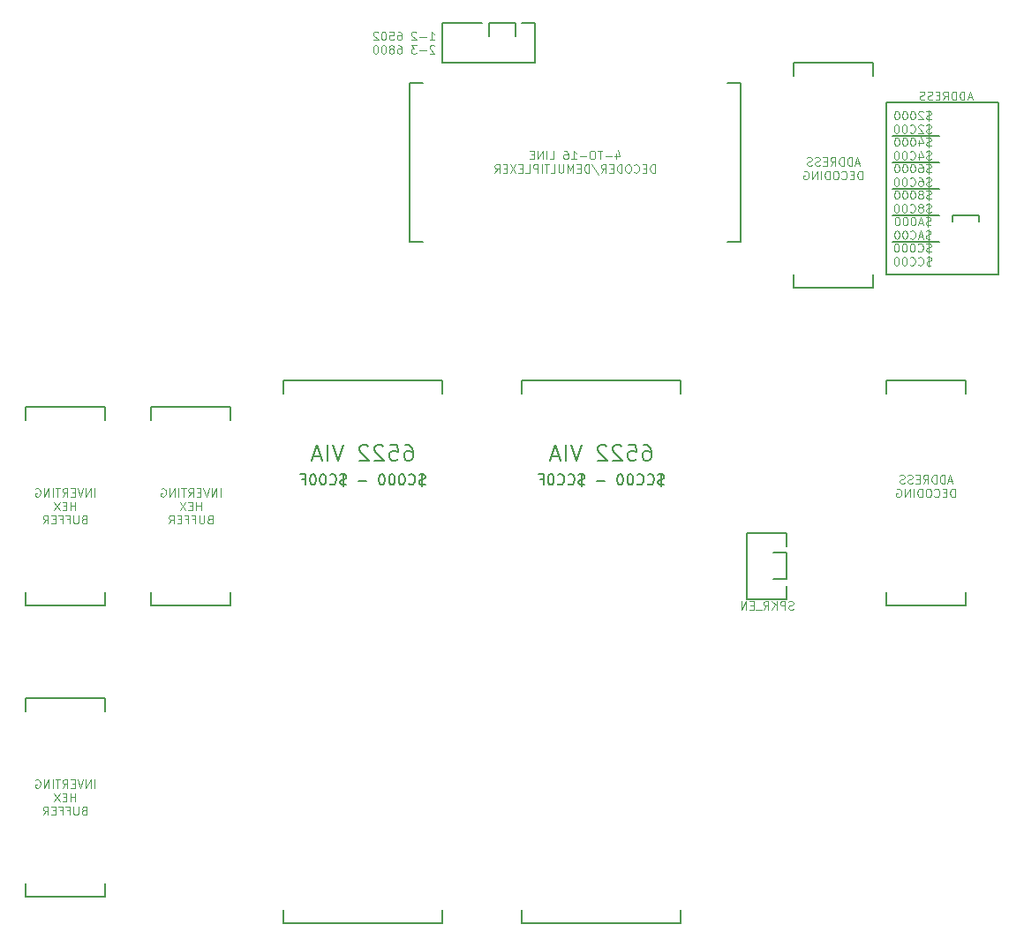
<source format=gbo>
G04 #@! TF.FileFunction,Legend,Bot*
%FSLAX46Y46*%
G04 Gerber Fmt 4.6, Leading zero omitted, Abs format (unit mm)*
G04 Created by KiCad (PCBNEW 4.0.7) date 02/06/20 01:07:45*
%MOMM*%
%LPD*%
G01*
G04 APERTURE LIST*
%ADD10C,0.100000*%
%ADD11C,0.200000*%
%ADD12C,0.150000*%
G04 APERTURE END LIST*
D10*
X179044286Y-108908810D02*
X178930000Y-108946905D01*
X178739524Y-108946905D01*
X178663334Y-108908810D01*
X178625238Y-108870714D01*
X178587143Y-108794524D01*
X178587143Y-108718333D01*
X178625238Y-108642143D01*
X178663334Y-108604048D01*
X178739524Y-108565952D01*
X178891905Y-108527857D01*
X178968096Y-108489762D01*
X179006191Y-108451667D01*
X179044286Y-108375476D01*
X179044286Y-108299286D01*
X179006191Y-108223095D01*
X178968096Y-108185000D01*
X178891905Y-108146905D01*
X178701429Y-108146905D01*
X178587143Y-108185000D01*
X178244286Y-108946905D02*
X178244286Y-108146905D01*
X177939524Y-108146905D01*
X177863333Y-108185000D01*
X177825238Y-108223095D01*
X177787143Y-108299286D01*
X177787143Y-108413571D01*
X177825238Y-108489762D01*
X177863333Y-108527857D01*
X177939524Y-108565952D01*
X178244286Y-108565952D01*
X177444286Y-108946905D02*
X177444286Y-108146905D01*
X176987143Y-108946905D02*
X177330000Y-108489762D01*
X176987143Y-108146905D02*
X177444286Y-108604048D01*
X176187143Y-108946905D02*
X176453810Y-108565952D01*
X176644286Y-108946905D02*
X176644286Y-108146905D01*
X176339524Y-108146905D01*
X176263333Y-108185000D01*
X176225238Y-108223095D01*
X176187143Y-108299286D01*
X176187143Y-108413571D01*
X176225238Y-108489762D01*
X176263333Y-108527857D01*
X176339524Y-108565952D01*
X176644286Y-108565952D01*
X176034762Y-109023095D02*
X175425238Y-109023095D01*
X175234762Y-108527857D02*
X174968095Y-108527857D01*
X174853809Y-108946905D02*
X175234762Y-108946905D01*
X175234762Y-108146905D01*
X174853809Y-108146905D01*
X174510952Y-108946905D02*
X174510952Y-108146905D01*
X174053809Y-108946905D01*
X174053809Y-108146905D01*
D11*
X178435000Y-107950000D02*
X178435000Y-106680000D01*
X174625000Y-107950000D02*
X178435000Y-107950000D01*
X174625000Y-101600000D02*
X174625000Y-107950000D01*
X178435000Y-101600000D02*
X174625000Y-101600000D01*
X178435000Y-102870000D02*
X178435000Y-101600000D01*
X178435000Y-106045000D02*
X177165000Y-106045000D01*
X178435000Y-103505000D02*
X178435000Y-106045000D01*
X177165000Y-103505000D02*
X178435000Y-103505000D01*
D10*
X196189286Y-59823333D02*
X195808334Y-59823333D01*
X196265477Y-60051905D02*
X195998810Y-59251905D01*
X195732143Y-60051905D01*
X195465477Y-60051905D02*
X195465477Y-59251905D01*
X195275001Y-59251905D01*
X195160715Y-59290000D01*
X195084524Y-59366190D01*
X195046429Y-59442381D01*
X195008334Y-59594762D01*
X195008334Y-59709048D01*
X195046429Y-59861429D01*
X195084524Y-59937619D01*
X195160715Y-60013810D01*
X195275001Y-60051905D01*
X195465477Y-60051905D01*
X194665477Y-60051905D02*
X194665477Y-59251905D01*
X194475001Y-59251905D01*
X194360715Y-59290000D01*
X194284524Y-59366190D01*
X194246429Y-59442381D01*
X194208334Y-59594762D01*
X194208334Y-59709048D01*
X194246429Y-59861429D01*
X194284524Y-59937619D01*
X194360715Y-60013810D01*
X194475001Y-60051905D01*
X194665477Y-60051905D01*
X193408334Y-60051905D02*
X193675001Y-59670952D01*
X193865477Y-60051905D02*
X193865477Y-59251905D01*
X193560715Y-59251905D01*
X193484524Y-59290000D01*
X193446429Y-59328095D01*
X193408334Y-59404286D01*
X193408334Y-59518571D01*
X193446429Y-59594762D01*
X193484524Y-59632857D01*
X193560715Y-59670952D01*
X193865477Y-59670952D01*
X193065477Y-59632857D02*
X192798810Y-59632857D01*
X192684524Y-60051905D02*
X193065477Y-60051905D01*
X193065477Y-59251905D01*
X192684524Y-59251905D01*
X192379762Y-60013810D02*
X192265476Y-60051905D01*
X192075000Y-60051905D01*
X191998810Y-60013810D01*
X191960714Y-59975714D01*
X191922619Y-59899524D01*
X191922619Y-59823333D01*
X191960714Y-59747143D01*
X191998810Y-59709048D01*
X192075000Y-59670952D01*
X192227381Y-59632857D01*
X192303572Y-59594762D01*
X192341667Y-59556667D01*
X192379762Y-59480476D01*
X192379762Y-59404286D01*
X192341667Y-59328095D01*
X192303572Y-59290000D01*
X192227381Y-59251905D01*
X192036905Y-59251905D01*
X191922619Y-59290000D01*
X191617857Y-60013810D02*
X191503571Y-60051905D01*
X191313095Y-60051905D01*
X191236905Y-60013810D01*
X191198809Y-59975714D01*
X191160714Y-59899524D01*
X191160714Y-59823333D01*
X191198809Y-59747143D01*
X191236905Y-59709048D01*
X191313095Y-59670952D01*
X191465476Y-59632857D01*
X191541667Y-59594762D01*
X191579762Y-59556667D01*
X191617857Y-59480476D01*
X191617857Y-59404286D01*
X191579762Y-59328095D01*
X191541667Y-59290000D01*
X191465476Y-59251905D01*
X191275000Y-59251905D01*
X191160714Y-59290000D01*
D11*
X193040000Y-73660000D02*
X188595000Y-73660000D01*
X188595000Y-71120000D02*
X193040000Y-71120000D01*
X193040000Y-68580000D02*
X188595000Y-68580000D01*
X193040000Y-66040000D02*
X188595000Y-66040000D01*
X188595000Y-63500000D02*
X193040000Y-63500000D01*
X196850000Y-71120000D02*
X196850000Y-71755000D01*
X194310000Y-71120000D02*
X196850000Y-71120000D01*
X194310000Y-71755000D02*
X194310000Y-71120000D01*
X198755000Y-76835000D02*
X187960000Y-76835000D01*
X198755000Y-60325000D02*
X198755000Y-76835000D01*
X187960000Y-60325000D02*
X198755000Y-60325000D01*
X187960000Y-76835000D02*
X187960000Y-60325000D01*
D10*
X192271429Y-74603810D02*
X192157143Y-74641905D01*
X191966667Y-74641905D01*
X191890477Y-74603810D01*
X191852381Y-74565714D01*
X191814286Y-74489524D01*
X191814286Y-74413333D01*
X191852381Y-74337143D01*
X191890477Y-74299048D01*
X191966667Y-74260952D01*
X192119048Y-74222857D01*
X192195239Y-74184762D01*
X192233334Y-74146667D01*
X192271429Y-74070476D01*
X192271429Y-73994286D01*
X192233334Y-73918095D01*
X192195239Y-73880000D01*
X192119048Y-73841905D01*
X191928572Y-73841905D01*
X191814286Y-73880000D01*
X192042858Y-73727619D02*
X192042858Y-74756190D01*
X191014286Y-74565714D02*
X191052381Y-74603810D01*
X191166667Y-74641905D01*
X191242857Y-74641905D01*
X191357143Y-74603810D01*
X191433334Y-74527619D01*
X191471429Y-74451429D01*
X191509524Y-74299048D01*
X191509524Y-74184762D01*
X191471429Y-74032381D01*
X191433334Y-73956190D01*
X191357143Y-73880000D01*
X191242857Y-73841905D01*
X191166667Y-73841905D01*
X191052381Y-73880000D01*
X191014286Y-73918095D01*
X190519048Y-73841905D02*
X190442857Y-73841905D01*
X190366667Y-73880000D01*
X190328572Y-73918095D01*
X190290476Y-73994286D01*
X190252381Y-74146667D01*
X190252381Y-74337143D01*
X190290476Y-74489524D01*
X190328572Y-74565714D01*
X190366667Y-74603810D01*
X190442857Y-74641905D01*
X190519048Y-74641905D01*
X190595238Y-74603810D01*
X190633334Y-74565714D01*
X190671429Y-74489524D01*
X190709524Y-74337143D01*
X190709524Y-74146667D01*
X190671429Y-73994286D01*
X190633334Y-73918095D01*
X190595238Y-73880000D01*
X190519048Y-73841905D01*
X189757143Y-73841905D02*
X189680952Y-73841905D01*
X189604762Y-73880000D01*
X189566667Y-73918095D01*
X189528571Y-73994286D01*
X189490476Y-74146667D01*
X189490476Y-74337143D01*
X189528571Y-74489524D01*
X189566667Y-74565714D01*
X189604762Y-74603810D01*
X189680952Y-74641905D01*
X189757143Y-74641905D01*
X189833333Y-74603810D01*
X189871429Y-74565714D01*
X189909524Y-74489524D01*
X189947619Y-74337143D01*
X189947619Y-74146667D01*
X189909524Y-73994286D01*
X189871429Y-73918095D01*
X189833333Y-73880000D01*
X189757143Y-73841905D01*
X188995238Y-73841905D02*
X188919047Y-73841905D01*
X188842857Y-73880000D01*
X188804762Y-73918095D01*
X188766666Y-73994286D01*
X188728571Y-74146667D01*
X188728571Y-74337143D01*
X188766666Y-74489524D01*
X188804762Y-74565714D01*
X188842857Y-74603810D01*
X188919047Y-74641905D01*
X188995238Y-74641905D01*
X189071428Y-74603810D01*
X189109524Y-74565714D01*
X189147619Y-74489524D01*
X189185714Y-74337143D01*
X189185714Y-74146667D01*
X189147619Y-73994286D01*
X189109524Y-73918095D01*
X189071428Y-73880000D01*
X188995238Y-73841905D01*
X192290476Y-75903810D02*
X192176190Y-75941905D01*
X191985714Y-75941905D01*
X191909524Y-75903810D01*
X191871428Y-75865714D01*
X191833333Y-75789524D01*
X191833333Y-75713333D01*
X191871428Y-75637143D01*
X191909524Y-75599048D01*
X191985714Y-75560952D01*
X192138095Y-75522857D01*
X192214286Y-75484762D01*
X192252381Y-75446667D01*
X192290476Y-75370476D01*
X192290476Y-75294286D01*
X192252381Y-75218095D01*
X192214286Y-75180000D01*
X192138095Y-75141905D01*
X191947619Y-75141905D01*
X191833333Y-75180000D01*
X192061905Y-75027619D02*
X192061905Y-76056190D01*
X191033333Y-75865714D02*
X191071428Y-75903810D01*
X191185714Y-75941905D01*
X191261904Y-75941905D01*
X191376190Y-75903810D01*
X191452381Y-75827619D01*
X191490476Y-75751429D01*
X191528571Y-75599048D01*
X191528571Y-75484762D01*
X191490476Y-75332381D01*
X191452381Y-75256190D01*
X191376190Y-75180000D01*
X191261904Y-75141905D01*
X191185714Y-75141905D01*
X191071428Y-75180000D01*
X191033333Y-75218095D01*
X190233333Y-75865714D02*
X190271428Y-75903810D01*
X190385714Y-75941905D01*
X190461904Y-75941905D01*
X190576190Y-75903810D01*
X190652381Y-75827619D01*
X190690476Y-75751429D01*
X190728571Y-75599048D01*
X190728571Y-75484762D01*
X190690476Y-75332381D01*
X190652381Y-75256190D01*
X190576190Y-75180000D01*
X190461904Y-75141905D01*
X190385714Y-75141905D01*
X190271428Y-75180000D01*
X190233333Y-75218095D01*
X189738095Y-75141905D02*
X189661904Y-75141905D01*
X189585714Y-75180000D01*
X189547619Y-75218095D01*
X189509523Y-75294286D01*
X189471428Y-75446667D01*
X189471428Y-75637143D01*
X189509523Y-75789524D01*
X189547619Y-75865714D01*
X189585714Y-75903810D01*
X189661904Y-75941905D01*
X189738095Y-75941905D01*
X189814285Y-75903810D01*
X189852381Y-75865714D01*
X189890476Y-75789524D01*
X189928571Y-75637143D01*
X189928571Y-75446667D01*
X189890476Y-75294286D01*
X189852381Y-75218095D01*
X189814285Y-75180000D01*
X189738095Y-75141905D01*
X188976190Y-75141905D02*
X188899999Y-75141905D01*
X188823809Y-75180000D01*
X188785714Y-75218095D01*
X188747618Y-75294286D01*
X188709523Y-75446667D01*
X188709523Y-75637143D01*
X188747618Y-75789524D01*
X188785714Y-75865714D01*
X188823809Y-75903810D01*
X188899999Y-75941905D01*
X188976190Y-75941905D01*
X189052380Y-75903810D01*
X189090476Y-75865714D01*
X189128571Y-75789524D01*
X189166666Y-75637143D01*
X189166666Y-75446667D01*
X189128571Y-75294286D01*
X189090476Y-75218095D01*
X189052380Y-75180000D01*
X188976190Y-75141905D01*
X192214286Y-72063810D02*
X192100000Y-72101905D01*
X191909524Y-72101905D01*
X191833334Y-72063810D01*
X191795238Y-72025714D01*
X191757143Y-71949524D01*
X191757143Y-71873333D01*
X191795238Y-71797143D01*
X191833334Y-71759048D01*
X191909524Y-71720952D01*
X192061905Y-71682857D01*
X192138096Y-71644762D01*
X192176191Y-71606667D01*
X192214286Y-71530476D01*
X192214286Y-71454286D01*
X192176191Y-71378095D01*
X192138096Y-71340000D01*
X192061905Y-71301905D01*
X191871429Y-71301905D01*
X191757143Y-71340000D01*
X191985715Y-71187619D02*
X191985715Y-72216190D01*
X191452381Y-71873333D02*
X191071429Y-71873333D01*
X191528572Y-72101905D02*
X191261905Y-71301905D01*
X190995238Y-72101905D01*
X190576191Y-71301905D02*
X190500000Y-71301905D01*
X190423810Y-71340000D01*
X190385715Y-71378095D01*
X190347619Y-71454286D01*
X190309524Y-71606667D01*
X190309524Y-71797143D01*
X190347619Y-71949524D01*
X190385715Y-72025714D01*
X190423810Y-72063810D01*
X190500000Y-72101905D01*
X190576191Y-72101905D01*
X190652381Y-72063810D01*
X190690477Y-72025714D01*
X190728572Y-71949524D01*
X190766667Y-71797143D01*
X190766667Y-71606667D01*
X190728572Y-71454286D01*
X190690477Y-71378095D01*
X190652381Y-71340000D01*
X190576191Y-71301905D01*
X189814286Y-71301905D02*
X189738095Y-71301905D01*
X189661905Y-71340000D01*
X189623810Y-71378095D01*
X189585714Y-71454286D01*
X189547619Y-71606667D01*
X189547619Y-71797143D01*
X189585714Y-71949524D01*
X189623810Y-72025714D01*
X189661905Y-72063810D01*
X189738095Y-72101905D01*
X189814286Y-72101905D01*
X189890476Y-72063810D01*
X189928572Y-72025714D01*
X189966667Y-71949524D01*
X190004762Y-71797143D01*
X190004762Y-71606667D01*
X189966667Y-71454286D01*
X189928572Y-71378095D01*
X189890476Y-71340000D01*
X189814286Y-71301905D01*
X189052381Y-71301905D02*
X188976190Y-71301905D01*
X188900000Y-71340000D01*
X188861905Y-71378095D01*
X188823809Y-71454286D01*
X188785714Y-71606667D01*
X188785714Y-71797143D01*
X188823809Y-71949524D01*
X188861905Y-72025714D01*
X188900000Y-72063810D01*
X188976190Y-72101905D01*
X189052381Y-72101905D01*
X189128571Y-72063810D01*
X189166667Y-72025714D01*
X189204762Y-71949524D01*
X189242857Y-71797143D01*
X189242857Y-71606667D01*
X189204762Y-71454286D01*
X189166667Y-71378095D01*
X189128571Y-71340000D01*
X189052381Y-71301905D01*
X192233333Y-73363810D02*
X192119047Y-73401905D01*
X191928571Y-73401905D01*
X191852381Y-73363810D01*
X191814285Y-73325714D01*
X191776190Y-73249524D01*
X191776190Y-73173333D01*
X191814285Y-73097143D01*
X191852381Y-73059048D01*
X191928571Y-73020952D01*
X192080952Y-72982857D01*
X192157143Y-72944762D01*
X192195238Y-72906667D01*
X192233333Y-72830476D01*
X192233333Y-72754286D01*
X192195238Y-72678095D01*
X192157143Y-72640000D01*
X192080952Y-72601905D01*
X191890476Y-72601905D01*
X191776190Y-72640000D01*
X192004762Y-72487619D02*
X192004762Y-73516190D01*
X191471428Y-73173333D02*
X191090476Y-73173333D01*
X191547619Y-73401905D02*
X191280952Y-72601905D01*
X191014285Y-73401905D01*
X190290476Y-73325714D02*
X190328571Y-73363810D01*
X190442857Y-73401905D01*
X190519047Y-73401905D01*
X190633333Y-73363810D01*
X190709524Y-73287619D01*
X190747619Y-73211429D01*
X190785714Y-73059048D01*
X190785714Y-72944762D01*
X190747619Y-72792381D01*
X190709524Y-72716190D01*
X190633333Y-72640000D01*
X190519047Y-72601905D01*
X190442857Y-72601905D01*
X190328571Y-72640000D01*
X190290476Y-72678095D01*
X189795238Y-72601905D02*
X189719047Y-72601905D01*
X189642857Y-72640000D01*
X189604762Y-72678095D01*
X189566666Y-72754286D01*
X189528571Y-72906667D01*
X189528571Y-73097143D01*
X189566666Y-73249524D01*
X189604762Y-73325714D01*
X189642857Y-73363810D01*
X189719047Y-73401905D01*
X189795238Y-73401905D01*
X189871428Y-73363810D01*
X189909524Y-73325714D01*
X189947619Y-73249524D01*
X189985714Y-73097143D01*
X189985714Y-72906667D01*
X189947619Y-72754286D01*
X189909524Y-72678095D01*
X189871428Y-72640000D01*
X189795238Y-72601905D01*
X189033333Y-72601905D02*
X188957142Y-72601905D01*
X188880952Y-72640000D01*
X188842857Y-72678095D01*
X188804761Y-72754286D01*
X188766666Y-72906667D01*
X188766666Y-73097143D01*
X188804761Y-73249524D01*
X188842857Y-73325714D01*
X188880952Y-73363810D01*
X188957142Y-73401905D01*
X189033333Y-73401905D01*
X189109523Y-73363810D01*
X189147619Y-73325714D01*
X189185714Y-73249524D01*
X189223809Y-73097143D01*
X189223809Y-72906667D01*
X189185714Y-72754286D01*
X189147619Y-72678095D01*
X189109523Y-72640000D01*
X189033333Y-72601905D01*
X192252381Y-69523810D02*
X192138095Y-69561905D01*
X191947619Y-69561905D01*
X191871429Y-69523810D01*
X191833333Y-69485714D01*
X191795238Y-69409524D01*
X191795238Y-69333333D01*
X191833333Y-69257143D01*
X191871429Y-69219048D01*
X191947619Y-69180952D01*
X192100000Y-69142857D01*
X192176191Y-69104762D01*
X192214286Y-69066667D01*
X192252381Y-68990476D01*
X192252381Y-68914286D01*
X192214286Y-68838095D01*
X192176191Y-68800000D01*
X192100000Y-68761905D01*
X191909524Y-68761905D01*
X191795238Y-68800000D01*
X192023810Y-68647619D02*
X192023810Y-69676190D01*
X191338095Y-69104762D02*
X191414286Y-69066667D01*
X191452381Y-69028571D01*
X191490476Y-68952381D01*
X191490476Y-68914286D01*
X191452381Y-68838095D01*
X191414286Y-68800000D01*
X191338095Y-68761905D01*
X191185714Y-68761905D01*
X191109524Y-68800000D01*
X191071428Y-68838095D01*
X191033333Y-68914286D01*
X191033333Y-68952381D01*
X191071428Y-69028571D01*
X191109524Y-69066667D01*
X191185714Y-69104762D01*
X191338095Y-69104762D01*
X191414286Y-69142857D01*
X191452381Y-69180952D01*
X191490476Y-69257143D01*
X191490476Y-69409524D01*
X191452381Y-69485714D01*
X191414286Y-69523810D01*
X191338095Y-69561905D01*
X191185714Y-69561905D01*
X191109524Y-69523810D01*
X191071428Y-69485714D01*
X191033333Y-69409524D01*
X191033333Y-69257143D01*
X191071428Y-69180952D01*
X191109524Y-69142857D01*
X191185714Y-69104762D01*
X190538095Y-68761905D02*
X190461904Y-68761905D01*
X190385714Y-68800000D01*
X190347619Y-68838095D01*
X190309523Y-68914286D01*
X190271428Y-69066667D01*
X190271428Y-69257143D01*
X190309523Y-69409524D01*
X190347619Y-69485714D01*
X190385714Y-69523810D01*
X190461904Y-69561905D01*
X190538095Y-69561905D01*
X190614285Y-69523810D01*
X190652381Y-69485714D01*
X190690476Y-69409524D01*
X190728571Y-69257143D01*
X190728571Y-69066667D01*
X190690476Y-68914286D01*
X190652381Y-68838095D01*
X190614285Y-68800000D01*
X190538095Y-68761905D01*
X189776190Y-68761905D02*
X189699999Y-68761905D01*
X189623809Y-68800000D01*
X189585714Y-68838095D01*
X189547618Y-68914286D01*
X189509523Y-69066667D01*
X189509523Y-69257143D01*
X189547618Y-69409524D01*
X189585714Y-69485714D01*
X189623809Y-69523810D01*
X189699999Y-69561905D01*
X189776190Y-69561905D01*
X189852380Y-69523810D01*
X189890476Y-69485714D01*
X189928571Y-69409524D01*
X189966666Y-69257143D01*
X189966666Y-69066667D01*
X189928571Y-68914286D01*
X189890476Y-68838095D01*
X189852380Y-68800000D01*
X189776190Y-68761905D01*
X189014285Y-68761905D02*
X188938094Y-68761905D01*
X188861904Y-68800000D01*
X188823809Y-68838095D01*
X188785713Y-68914286D01*
X188747618Y-69066667D01*
X188747618Y-69257143D01*
X188785713Y-69409524D01*
X188823809Y-69485714D01*
X188861904Y-69523810D01*
X188938094Y-69561905D01*
X189014285Y-69561905D01*
X189090475Y-69523810D01*
X189128571Y-69485714D01*
X189166666Y-69409524D01*
X189204761Y-69257143D01*
X189204761Y-69066667D01*
X189166666Y-68914286D01*
X189128571Y-68838095D01*
X189090475Y-68800000D01*
X189014285Y-68761905D01*
X192271429Y-70823810D02*
X192157143Y-70861905D01*
X191966667Y-70861905D01*
X191890477Y-70823810D01*
X191852381Y-70785714D01*
X191814286Y-70709524D01*
X191814286Y-70633333D01*
X191852381Y-70557143D01*
X191890477Y-70519048D01*
X191966667Y-70480952D01*
X192119048Y-70442857D01*
X192195239Y-70404762D01*
X192233334Y-70366667D01*
X192271429Y-70290476D01*
X192271429Y-70214286D01*
X192233334Y-70138095D01*
X192195239Y-70100000D01*
X192119048Y-70061905D01*
X191928572Y-70061905D01*
X191814286Y-70100000D01*
X192042858Y-69947619D02*
X192042858Y-70976190D01*
X191357143Y-70404762D02*
X191433334Y-70366667D01*
X191471429Y-70328571D01*
X191509524Y-70252381D01*
X191509524Y-70214286D01*
X191471429Y-70138095D01*
X191433334Y-70100000D01*
X191357143Y-70061905D01*
X191204762Y-70061905D01*
X191128572Y-70100000D01*
X191090476Y-70138095D01*
X191052381Y-70214286D01*
X191052381Y-70252381D01*
X191090476Y-70328571D01*
X191128572Y-70366667D01*
X191204762Y-70404762D01*
X191357143Y-70404762D01*
X191433334Y-70442857D01*
X191471429Y-70480952D01*
X191509524Y-70557143D01*
X191509524Y-70709524D01*
X191471429Y-70785714D01*
X191433334Y-70823810D01*
X191357143Y-70861905D01*
X191204762Y-70861905D01*
X191128572Y-70823810D01*
X191090476Y-70785714D01*
X191052381Y-70709524D01*
X191052381Y-70557143D01*
X191090476Y-70480952D01*
X191128572Y-70442857D01*
X191204762Y-70404762D01*
X190252381Y-70785714D02*
X190290476Y-70823810D01*
X190404762Y-70861905D01*
X190480952Y-70861905D01*
X190595238Y-70823810D01*
X190671429Y-70747619D01*
X190709524Y-70671429D01*
X190747619Y-70519048D01*
X190747619Y-70404762D01*
X190709524Y-70252381D01*
X190671429Y-70176190D01*
X190595238Y-70100000D01*
X190480952Y-70061905D01*
X190404762Y-70061905D01*
X190290476Y-70100000D01*
X190252381Y-70138095D01*
X189757143Y-70061905D02*
X189680952Y-70061905D01*
X189604762Y-70100000D01*
X189566667Y-70138095D01*
X189528571Y-70214286D01*
X189490476Y-70366667D01*
X189490476Y-70557143D01*
X189528571Y-70709524D01*
X189566667Y-70785714D01*
X189604762Y-70823810D01*
X189680952Y-70861905D01*
X189757143Y-70861905D01*
X189833333Y-70823810D01*
X189871429Y-70785714D01*
X189909524Y-70709524D01*
X189947619Y-70557143D01*
X189947619Y-70366667D01*
X189909524Y-70214286D01*
X189871429Y-70138095D01*
X189833333Y-70100000D01*
X189757143Y-70061905D01*
X188995238Y-70061905D02*
X188919047Y-70061905D01*
X188842857Y-70100000D01*
X188804762Y-70138095D01*
X188766666Y-70214286D01*
X188728571Y-70366667D01*
X188728571Y-70557143D01*
X188766666Y-70709524D01*
X188804762Y-70785714D01*
X188842857Y-70823810D01*
X188919047Y-70861905D01*
X188995238Y-70861905D01*
X189071428Y-70823810D01*
X189109524Y-70785714D01*
X189147619Y-70709524D01*
X189185714Y-70557143D01*
X189185714Y-70366667D01*
X189147619Y-70214286D01*
X189109524Y-70138095D01*
X189071428Y-70100000D01*
X188995238Y-70061905D01*
X192252381Y-66983810D02*
X192138095Y-67021905D01*
X191947619Y-67021905D01*
X191871429Y-66983810D01*
X191833333Y-66945714D01*
X191795238Y-66869524D01*
X191795238Y-66793333D01*
X191833333Y-66717143D01*
X191871429Y-66679048D01*
X191947619Y-66640952D01*
X192100000Y-66602857D01*
X192176191Y-66564762D01*
X192214286Y-66526667D01*
X192252381Y-66450476D01*
X192252381Y-66374286D01*
X192214286Y-66298095D01*
X192176191Y-66260000D01*
X192100000Y-66221905D01*
X191909524Y-66221905D01*
X191795238Y-66260000D01*
X192023810Y-66107619D02*
X192023810Y-67136190D01*
X191109524Y-66221905D02*
X191261905Y-66221905D01*
X191338095Y-66260000D01*
X191376190Y-66298095D01*
X191452381Y-66412381D01*
X191490476Y-66564762D01*
X191490476Y-66869524D01*
X191452381Y-66945714D01*
X191414286Y-66983810D01*
X191338095Y-67021905D01*
X191185714Y-67021905D01*
X191109524Y-66983810D01*
X191071428Y-66945714D01*
X191033333Y-66869524D01*
X191033333Y-66679048D01*
X191071428Y-66602857D01*
X191109524Y-66564762D01*
X191185714Y-66526667D01*
X191338095Y-66526667D01*
X191414286Y-66564762D01*
X191452381Y-66602857D01*
X191490476Y-66679048D01*
X190538095Y-66221905D02*
X190461904Y-66221905D01*
X190385714Y-66260000D01*
X190347619Y-66298095D01*
X190309523Y-66374286D01*
X190271428Y-66526667D01*
X190271428Y-66717143D01*
X190309523Y-66869524D01*
X190347619Y-66945714D01*
X190385714Y-66983810D01*
X190461904Y-67021905D01*
X190538095Y-67021905D01*
X190614285Y-66983810D01*
X190652381Y-66945714D01*
X190690476Y-66869524D01*
X190728571Y-66717143D01*
X190728571Y-66526667D01*
X190690476Y-66374286D01*
X190652381Y-66298095D01*
X190614285Y-66260000D01*
X190538095Y-66221905D01*
X189776190Y-66221905D02*
X189699999Y-66221905D01*
X189623809Y-66260000D01*
X189585714Y-66298095D01*
X189547618Y-66374286D01*
X189509523Y-66526667D01*
X189509523Y-66717143D01*
X189547618Y-66869524D01*
X189585714Y-66945714D01*
X189623809Y-66983810D01*
X189699999Y-67021905D01*
X189776190Y-67021905D01*
X189852380Y-66983810D01*
X189890476Y-66945714D01*
X189928571Y-66869524D01*
X189966666Y-66717143D01*
X189966666Y-66526667D01*
X189928571Y-66374286D01*
X189890476Y-66298095D01*
X189852380Y-66260000D01*
X189776190Y-66221905D01*
X189014285Y-66221905D02*
X188938094Y-66221905D01*
X188861904Y-66260000D01*
X188823809Y-66298095D01*
X188785713Y-66374286D01*
X188747618Y-66526667D01*
X188747618Y-66717143D01*
X188785713Y-66869524D01*
X188823809Y-66945714D01*
X188861904Y-66983810D01*
X188938094Y-67021905D01*
X189014285Y-67021905D01*
X189090475Y-66983810D01*
X189128571Y-66945714D01*
X189166666Y-66869524D01*
X189204761Y-66717143D01*
X189204761Y-66526667D01*
X189166666Y-66374286D01*
X189128571Y-66298095D01*
X189090475Y-66260000D01*
X189014285Y-66221905D01*
X192271429Y-68283810D02*
X192157143Y-68321905D01*
X191966667Y-68321905D01*
X191890477Y-68283810D01*
X191852381Y-68245714D01*
X191814286Y-68169524D01*
X191814286Y-68093333D01*
X191852381Y-68017143D01*
X191890477Y-67979048D01*
X191966667Y-67940952D01*
X192119048Y-67902857D01*
X192195239Y-67864762D01*
X192233334Y-67826667D01*
X192271429Y-67750476D01*
X192271429Y-67674286D01*
X192233334Y-67598095D01*
X192195239Y-67560000D01*
X192119048Y-67521905D01*
X191928572Y-67521905D01*
X191814286Y-67560000D01*
X192042858Y-67407619D02*
X192042858Y-68436190D01*
X191128572Y-67521905D02*
X191280953Y-67521905D01*
X191357143Y-67560000D01*
X191395238Y-67598095D01*
X191471429Y-67712381D01*
X191509524Y-67864762D01*
X191509524Y-68169524D01*
X191471429Y-68245714D01*
X191433334Y-68283810D01*
X191357143Y-68321905D01*
X191204762Y-68321905D01*
X191128572Y-68283810D01*
X191090476Y-68245714D01*
X191052381Y-68169524D01*
X191052381Y-67979048D01*
X191090476Y-67902857D01*
X191128572Y-67864762D01*
X191204762Y-67826667D01*
X191357143Y-67826667D01*
X191433334Y-67864762D01*
X191471429Y-67902857D01*
X191509524Y-67979048D01*
X190252381Y-68245714D02*
X190290476Y-68283810D01*
X190404762Y-68321905D01*
X190480952Y-68321905D01*
X190595238Y-68283810D01*
X190671429Y-68207619D01*
X190709524Y-68131429D01*
X190747619Y-67979048D01*
X190747619Y-67864762D01*
X190709524Y-67712381D01*
X190671429Y-67636190D01*
X190595238Y-67560000D01*
X190480952Y-67521905D01*
X190404762Y-67521905D01*
X190290476Y-67560000D01*
X190252381Y-67598095D01*
X189757143Y-67521905D02*
X189680952Y-67521905D01*
X189604762Y-67560000D01*
X189566667Y-67598095D01*
X189528571Y-67674286D01*
X189490476Y-67826667D01*
X189490476Y-68017143D01*
X189528571Y-68169524D01*
X189566667Y-68245714D01*
X189604762Y-68283810D01*
X189680952Y-68321905D01*
X189757143Y-68321905D01*
X189833333Y-68283810D01*
X189871429Y-68245714D01*
X189909524Y-68169524D01*
X189947619Y-68017143D01*
X189947619Y-67826667D01*
X189909524Y-67674286D01*
X189871429Y-67598095D01*
X189833333Y-67560000D01*
X189757143Y-67521905D01*
X188995238Y-67521905D02*
X188919047Y-67521905D01*
X188842857Y-67560000D01*
X188804762Y-67598095D01*
X188766666Y-67674286D01*
X188728571Y-67826667D01*
X188728571Y-68017143D01*
X188766666Y-68169524D01*
X188804762Y-68245714D01*
X188842857Y-68283810D01*
X188919047Y-68321905D01*
X188995238Y-68321905D01*
X189071428Y-68283810D01*
X189109524Y-68245714D01*
X189147619Y-68169524D01*
X189185714Y-68017143D01*
X189185714Y-67826667D01*
X189147619Y-67674286D01*
X189109524Y-67598095D01*
X189071428Y-67560000D01*
X188995238Y-67521905D01*
X192252381Y-64443810D02*
X192138095Y-64481905D01*
X191947619Y-64481905D01*
X191871429Y-64443810D01*
X191833333Y-64405714D01*
X191795238Y-64329524D01*
X191795238Y-64253333D01*
X191833333Y-64177143D01*
X191871429Y-64139048D01*
X191947619Y-64100952D01*
X192100000Y-64062857D01*
X192176191Y-64024762D01*
X192214286Y-63986667D01*
X192252381Y-63910476D01*
X192252381Y-63834286D01*
X192214286Y-63758095D01*
X192176191Y-63720000D01*
X192100000Y-63681905D01*
X191909524Y-63681905D01*
X191795238Y-63720000D01*
X192023810Y-63567619D02*
X192023810Y-64596190D01*
X191109524Y-63948571D02*
X191109524Y-64481905D01*
X191300000Y-63643810D02*
X191490476Y-64215238D01*
X190995238Y-64215238D01*
X190538095Y-63681905D02*
X190461904Y-63681905D01*
X190385714Y-63720000D01*
X190347619Y-63758095D01*
X190309523Y-63834286D01*
X190271428Y-63986667D01*
X190271428Y-64177143D01*
X190309523Y-64329524D01*
X190347619Y-64405714D01*
X190385714Y-64443810D01*
X190461904Y-64481905D01*
X190538095Y-64481905D01*
X190614285Y-64443810D01*
X190652381Y-64405714D01*
X190690476Y-64329524D01*
X190728571Y-64177143D01*
X190728571Y-63986667D01*
X190690476Y-63834286D01*
X190652381Y-63758095D01*
X190614285Y-63720000D01*
X190538095Y-63681905D01*
X189776190Y-63681905D02*
X189699999Y-63681905D01*
X189623809Y-63720000D01*
X189585714Y-63758095D01*
X189547618Y-63834286D01*
X189509523Y-63986667D01*
X189509523Y-64177143D01*
X189547618Y-64329524D01*
X189585714Y-64405714D01*
X189623809Y-64443810D01*
X189699999Y-64481905D01*
X189776190Y-64481905D01*
X189852380Y-64443810D01*
X189890476Y-64405714D01*
X189928571Y-64329524D01*
X189966666Y-64177143D01*
X189966666Y-63986667D01*
X189928571Y-63834286D01*
X189890476Y-63758095D01*
X189852380Y-63720000D01*
X189776190Y-63681905D01*
X189014285Y-63681905D02*
X188938094Y-63681905D01*
X188861904Y-63720000D01*
X188823809Y-63758095D01*
X188785713Y-63834286D01*
X188747618Y-63986667D01*
X188747618Y-64177143D01*
X188785713Y-64329524D01*
X188823809Y-64405714D01*
X188861904Y-64443810D01*
X188938094Y-64481905D01*
X189014285Y-64481905D01*
X189090475Y-64443810D01*
X189128571Y-64405714D01*
X189166666Y-64329524D01*
X189204761Y-64177143D01*
X189204761Y-63986667D01*
X189166666Y-63834286D01*
X189128571Y-63758095D01*
X189090475Y-63720000D01*
X189014285Y-63681905D01*
X192271429Y-65743810D02*
X192157143Y-65781905D01*
X191966667Y-65781905D01*
X191890477Y-65743810D01*
X191852381Y-65705714D01*
X191814286Y-65629524D01*
X191814286Y-65553333D01*
X191852381Y-65477143D01*
X191890477Y-65439048D01*
X191966667Y-65400952D01*
X192119048Y-65362857D01*
X192195239Y-65324762D01*
X192233334Y-65286667D01*
X192271429Y-65210476D01*
X192271429Y-65134286D01*
X192233334Y-65058095D01*
X192195239Y-65020000D01*
X192119048Y-64981905D01*
X191928572Y-64981905D01*
X191814286Y-65020000D01*
X192042858Y-64867619D02*
X192042858Y-65896190D01*
X191128572Y-65248571D02*
X191128572Y-65781905D01*
X191319048Y-64943810D02*
X191509524Y-65515238D01*
X191014286Y-65515238D01*
X190252381Y-65705714D02*
X190290476Y-65743810D01*
X190404762Y-65781905D01*
X190480952Y-65781905D01*
X190595238Y-65743810D01*
X190671429Y-65667619D01*
X190709524Y-65591429D01*
X190747619Y-65439048D01*
X190747619Y-65324762D01*
X190709524Y-65172381D01*
X190671429Y-65096190D01*
X190595238Y-65020000D01*
X190480952Y-64981905D01*
X190404762Y-64981905D01*
X190290476Y-65020000D01*
X190252381Y-65058095D01*
X189757143Y-64981905D02*
X189680952Y-64981905D01*
X189604762Y-65020000D01*
X189566667Y-65058095D01*
X189528571Y-65134286D01*
X189490476Y-65286667D01*
X189490476Y-65477143D01*
X189528571Y-65629524D01*
X189566667Y-65705714D01*
X189604762Y-65743810D01*
X189680952Y-65781905D01*
X189757143Y-65781905D01*
X189833333Y-65743810D01*
X189871429Y-65705714D01*
X189909524Y-65629524D01*
X189947619Y-65477143D01*
X189947619Y-65286667D01*
X189909524Y-65134286D01*
X189871429Y-65058095D01*
X189833333Y-65020000D01*
X189757143Y-64981905D01*
X188995238Y-64981905D02*
X188919047Y-64981905D01*
X188842857Y-65020000D01*
X188804762Y-65058095D01*
X188766666Y-65134286D01*
X188728571Y-65286667D01*
X188728571Y-65477143D01*
X188766666Y-65629524D01*
X188804762Y-65705714D01*
X188842857Y-65743810D01*
X188919047Y-65781905D01*
X188995238Y-65781905D01*
X189071428Y-65743810D01*
X189109524Y-65705714D01*
X189147619Y-65629524D01*
X189185714Y-65477143D01*
X189185714Y-65286667D01*
X189147619Y-65134286D01*
X189109524Y-65058095D01*
X189071428Y-65020000D01*
X188995238Y-64981905D01*
X192252381Y-61903810D02*
X192138095Y-61941905D01*
X191947619Y-61941905D01*
X191871429Y-61903810D01*
X191833333Y-61865714D01*
X191795238Y-61789524D01*
X191795238Y-61713333D01*
X191833333Y-61637143D01*
X191871429Y-61599048D01*
X191947619Y-61560952D01*
X192100000Y-61522857D01*
X192176191Y-61484762D01*
X192214286Y-61446667D01*
X192252381Y-61370476D01*
X192252381Y-61294286D01*
X192214286Y-61218095D01*
X192176191Y-61180000D01*
X192100000Y-61141905D01*
X191909524Y-61141905D01*
X191795238Y-61180000D01*
X192023810Y-61027619D02*
X192023810Y-62056190D01*
X191490476Y-61218095D02*
X191452381Y-61180000D01*
X191376190Y-61141905D01*
X191185714Y-61141905D01*
X191109524Y-61180000D01*
X191071428Y-61218095D01*
X191033333Y-61294286D01*
X191033333Y-61370476D01*
X191071428Y-61484762D01*
X191528571Y-61941905D01*
X191033333Y-61941905D01*
X190538095Y-61141905D02*
X190461904Y-61141905D01*
X190385714Y-61180000D01*
X190347619Y-61218095D01*
X190309523Y-61294286D01*
X190271428Y-61446667D01*
X190271428Y-61637143D01*
X190309523Y-61789524D01*
X190347619Y-61865714D01*
X190385714Y-61903810D01*
X190461904Y-61941905D01*
X190538095Y-61941905D01*
X190614285Y-61903810D01*
X190652381Y-61865714D01*
X190690476Y-61789524D01*
X190728571Y-61637143D01*
X190728571Y-61446667D01*
X190690476Y-61294286D01*
X190652381Y-61218095D01*
X190614285Y-61180000D01*
X190538095Y-61141905D01*
X189776190Y-61141905D02*
X189699999Y-61141905D01*
X189623809Y-61180000D01*
X189585714Y-61218095D01*
X189547618Y-61294286D01*
X189509523Y-61446667D01*
X189509523Y-61637143D01*
X189547618Y-61789524D01*
X189585714Y-61865714D01*
X189623809Y-61903810D01*
X189699999Y-61941905D01*
X189776190Y-61941905D01*
X189852380Y-61903810D01*
X189890476Y-61865714D01*
X189928571Y-61789524D01*
X189966666Y-61637143D01*
X189966666Y-61446667D01*
X189928571Y-61294286D01*
X189890476Y-61218095D01*
X189852380Y-61180000D01*
X189776190Y-61141905D01*
X189014285Y-61141905D02*
X188938094Y-61141905D01*
X188861904Y-61180000D01*
X188823809Y-61218095D01*
X188785713Y-61294286D01*
X188747618Y-61446667D01*
X188747618Y-61637143D01*
X188785713Y-61789524D01*
X188823809Y-61865714D01*
X188861904Y-61903810D01*
X188938094Y-61941905D01*
X189014285Y-61941905D01*
X189090475Y-61903810D01*
X189128571Y-61865714D01*
X189166666Y-61789524D01*
X189204761Y-61637143D01*
X189204761Y-61446667D01*
X189166666Y-61294286D01*
X189128571Y-61218095D01*
X189090475Y-61180000D01*
X189014285Y-61141905D01*
X192271429Y-63203810D02*
X192157143Y-63241905D01*
X191966667Y-63241905D01*
X191890477Y-63203810D01*
X191852381Y-63165714D01*
X191814286Y-63089524D01*
X191814286Y-63013333D01*
X191852381Y-62937143D01*
X191890477Y-62899048D01*
X191966667Y-62860952D01*
X192119048Y-62822857D01*
X192195239Y-62784762D01*
X192233334Y-62746667D01*
X192271429Y-62670476D01*
X192271429Y-62594286D01*
X192233334Y-62518095D01*
X192195239Y-62480000D01*
X192119048Y-62441905D01*
X191928572Y-62441905D01*
X191814286Y-62480000D01*
X192042858Y-62327619D02*
X192042858Y-63356190D01*
X191509524Y-62518095D02*
X191471429Y-62480000D01*
X191395238Y-62441905D01*
X191204762Y-62441905D01*
X191128572Y-62480000D01*
X191090476Y-62518095D01*
X191052381Y-62594286D01*
X191052381Y-62670476D01*
X191090476Y-62784762D01*
X191547619Y-63241905D01*
X191052381Y-63241905D01*
X190252381Y-63165714D02*
X190290476Y-63203810D01*
X190404762Y-63241905D01*
X190480952Y-63241905D01*
X190595238Y-63203810D01*
X190671429Y-63127619D01*
X190709524Y-63051429D01*
X190747619Y-62899048D01*
X190747619Y-62784762D01*
X190709524Y-62632381D01*
X190671429Y-62556190D01*
X190595238Y-62480000D01*
X190480952Y-62441905D01*
X190404762Y-62441905D01*
X190290476Y-62480000D01*
X190252381Y-62518095D01*
X189757143Y-62441905D02*
X189680952Y-62441905D01*
X189604762Y-62480000D01*
X189566667Y-62518095D01*
X189528571Y-62594286D01*
X189490476Y-62746667D01*
X189490476Y-62937143D01*
X189528571Y-63089524D01*
X189566667Y-63165714D01*
X189604762Y-63203810D01*
X189680952Y-63241905D01*
X189757143Y-63241905D01*
X189833333Y-63203810D01*
X189871429Y-63165714D01*
X189909524Y-63089524D01*
X189947619Y-62937143D01*
X189947619Y-62746667D01*
X189909524Y-62594286D01*
X189871429Y-62518095D01*
X189833333Y-62480000D01*
X189757143Y-62441905D01*
X188995238Y-62441905D02*
X188919047Y-62441905D01*
X188842857Y-62480000D01*
X188804762Y-62518095D01*
X188766666Y-62594286D01*
X188728571Y-62746667D01*
X188728571Y-62937143D01*
X188766666Y-63089524D01*
X188804762Y-63165714D01*
X188842857Y-63203810D01*
X188919047Y-63241905D01*
X188995238Y-63241905D01*
X189071428Y-63203810D01*
X189109524Y-63165714D01*
X189147619Y-63089524D01*
X189185714Y-62937143D01*
X189185714Y-62746667D01*
X189147619Y-62594286D01*
X189109524Y-62518095D01*
X189071428Y-62480000D01*
X188995238Y-62441905D01*
X144170476Y-54321905D02*
X144627619Y-54321905D01*
X144399048Y-54321905D02*
X144399048Y-53521905D01*
X144475238Y-53636190D01*
X144551429Y-53712381D01*
X144627619Y-53750476D01*
X143827619Y-54017143D02*
X143218095Y-54017143D01*
X142875238Y-53598095D02*
X142837143Y-53560000D01*
X142760952Y-53521905D01*
X142570476Y-53521905D01*
X142494286Y-53560000D01*
X142456190Y-53598095D01*
X142418095Y-53674286D01*
X142418095Y-53750476D01*
X142456190Y-53864762D01*
X142913333Y-54321905D01*
X142418095Y-54321905D01*
X141122857Y-53521905D02*
X141275238Y-53521905D01*
X141351428Y-53560000D01*
X141389523Y-53598095D01*
X141465714Y-53712381D01*
X141503809Y-53864762D01*
X141503809Y-54169524D01*
X141465714Y-54245714D01*
X141427619Y-54283810D01*
X141351428Y-54321905D01*
X141199047Y-54321905D01*
X141122857Y-54283810D01*
X141084761Y-54245714D01*
X141046666Y-54169524D01*
X141046666Y-53979048D01*
X141084761Y-53902857D01*
X141122857Y-53864762D01*
X141199047Y-53826667D01*
X141351428Y-53826667D01*
X141427619Y-53864762D01*
X141465714Y-53902857D01*
X141503809Y-53979048D01*
X140322856Y-53521905D02*
X140703809Y-53521905D01*
X140741904Y-53902857D01*
X140703809Y-53864762D01*
X140627618Y-53826667D01*
X140437142Y-53826667D01*
X140360952Y-53864762D01*
X140322856Y-53902857D01*
X140284761Y-53979048D01*
X140284761Y-54169524D01*
X140322856Y-54245714D01*
X140360952Y-54283810D01*
X140437142Y-54321905D01*
X140627618Y-54321905D01*
X140703809Y-54283810D01*
X140741904Y-54245714D01*
X139789523Y-53521905D02*
X139713332Y-53521905D01*
X139637142Y-53560000D01*
X139599047Y-53598095D01*
X139560951Y-53674286D01*
X139522856Y-53826667D01*
X139522856Y-54017143D01*
X139560951Y-54169524D01*
X139599047Y-54245714D01*
X139637142Y-54283810D01*
X139713332Y-54321905D01*
X139789523Y-54321905D01*
X139865713Y-54283810D01*
X139903809Y-54245714D01*
X139941904Y-54169524D01*
X139979999Y-54017143D01*
X139979999Y-53826667D01*
X139941904Y-53674286D01*
X139903809Y-53598095D01*
X139865713Y-53560000D01*
X139789523Y-53521905D01*
X139218094Y-53598095D02*
X139179999Y-53560000D01*
X139103808Y-53521905D01*
X138913332Y-53521905D01*
X138837142Y-53560000D01*
X138799046Y-53598095D01*
X138760951Y-53674286D01*
X138760951Y-53750476D01*
X138799046Y-53864762D01*
X139256189Y-54321905D01*
X138760951Y-54321905D01*
X144627619Y-54898095D02*
X144589524Y-54860000D01*
X144513333Y-54821905D01*
X144322857Y-54821905D01*
X144246667Y-54860000D01*
X144208571Y-54898095D01*
X144170476Y-54974286D01*
X144170476Y-55050476D01*
X144208571Y-55164762D01*
X144665714Y-55621905D01*
X144170476Y-55621905D01*
X143827619Y-55317143D02*
X143218095Y-55317143D01*
X142913333Y-54821905D02*
X142418095Y-54821905D01*
X142684762Y-55126667D01*
X142570476Y-55126667D01*
X142494286Y-55164762D01*
X142456190Y-55202857D01*
X142418095Y-55279048D01*
X142418095Y-55469524D01*
X142456190Y-55545714D01*
X142494286Y-55583810D01*
X142570476Y-55621905D01*
X142799048Y-55621905D01*
X142875238Y-55583810D01*
X142913333Y-55545714D01*
X141122857Y-54821905D02*
X141275238Y-54821905D01*
X141351428Y-54860000D01*
X141389523Y-54898095D01*
X141465714Y-55012381D01*
X141503809Y-55164762D01*
X141503809Y-55469524D01*
X141465714Y-55545714D01*
X141427619Y-55583810D01*
X141351428Y-55621905D01*
X141199047Y-55621905D01*
X141122857Y-55583810D01*
X141084761Y-55545714D01*
X141046666Y-55469524D01*
X141046666Y-55279048D01*
X141084761Y-55202857D01*
X141122857Y-55164762D01*
X141199047Y-55126667D01*
X141351428Y-55126667D01*
X141427619Y-55164762D01*
X141465714Y-55202857D01*
X141503809Y-55279048D01*
X140589523Y-55164762D02*
X140665714Y-55126667D01*
X140703809Y-55088571D01*
X140741904Y-55012381D01*
X140741904Y-54974286D01*
X140703809Y-54898095D01*
X140665714Y-54860000D01*
X140589523Y-54821905D01*
X140437142Y-54821905D01*
X140360952Y-54860000D01*
X140322856Y-54898095D01*
X140284761Y-54974286D01*
X140284761Y-55012381D01*
X140322856Y-55088571D01*
X140360952Y-55126667D01*
X140437142Y-55164762D01*
X140589523Y-55164762D01*
X140665714Y-55202857D01*
X140703809Y-55240952D01*
X140741904Y-55317143D01*
X140741904Y-55469524D01*
X140703809Y-55545714D01*
X140665714Y-55583810D01*
X140589523Y-55621905D01*
X140437142Y-55621905D01*
X140360952Y-55583810D01*
X140322856Y-55545714D01*
X140284761Y-55469524D01*
X140284761Y-55317143D01*
X140322856Y-55240952D01*
X140360952Y-55202857D01*
X140437142Y-55164762D01*
X139789523Y-54821905D02*
X139713332Y-54821905D01*
X139637142Y-54860000D01*
X139599047Y-54898095D01*
X139560951Y-54974286D01*
X139522856Y-55126667D01*
X139522856Y-55317143D01*
X139560951Y-55469524D01*
X139599047Y-55545714D01*
X139637142Y-55583810D01*
X139713332Y-55621905D01*
X139789523Y-55621905D01*
X139865713Y-55583810D01*
X139903809Y-55545714D01*
X139941904Y-55469524D01*
X139979999Y-55317143D01*
X139979999Y-55126667D01*
X139941904Y-54974286D01*
X139903809Y-54898095D01*
X139865713Y-54860000D01*
X139789523Y-54821905D01*
X139027618Y-54821905D02*
X138951427Y-54821905D01*
X138875237Y-54860000D01*
X138837142Y-54898095D01*
X138799046Y-54974286D01*
X138760951Y-55126667D01*
X138760951Y-55317143D01*
X138799046Y-55469524D01*
X138837142Y-55545714D01*
X138875237Y-55583810D01*
X138951427Y-55621905D01*
X139027618Y-55621905D01*
X139103808Y-55583810D01*
X139141904Y-55545714D01*
X139179999Y-55469524D01*
X139218094Y-55317143D01*
X139218094Y-55126667D01*
X139179999Y-54974286D01*
X139141904Y-54898095D01*
X139103808Y-54860000D01*
X139027618Y-54821905D01*
D11*
X145415000Y-52705000D02*
X149225000Y-52705000D01*
X145415000Y-56515000D02*
X145415000Y-52705000D01*
X154305000Y-56515000D02*
X145415000Y-56515000D01*
X154305000Y-52705000D02*
X154305000Y-56515000D01*
X153035000Y-52705000D02*
X154305000Y-52705000D01*
X152400000Y-52705000D02*
X152400000Y-53975000D01*
X149860000Y-52705000D02*
X152400000Y-52705000D01*
X149860000Y-53975000D02*
X149860000Y-52705000D01*
D10*
X162038810Y-65218571D02*
X162038810Y-65751905D01*
X162229286Y-64913810D02*
X162419762Y-65485238D01*
X161924524Y-65485238D01*
X161619762Y-65447143D02*
X161010238Y-65447143D01*
X160743572Y-64951905D02*
X160286429Y-64951905D01*
X160515000Y-65751905D02*
X160515000Y-64951905D01*
X159867381Y-64951905D02*
X159715000Y-64951905D01*
X159638809Y-64990000D01*
X159562619Y-65066190D01*
X159524524Y-65218571D01*
X159524524Y-65485238D01*
X159562619Y-65637619D01*
X159638809Y-65713810D01*
X159715000Y-65751905D01*
X159867381Y-65751905D01*
X159943571Y-65713810D01*
X160019762Y-65637619D01*
X160057857Y-65485238D01*
X160057857Y-65218571D01*
X160019762Y-65066190D01*
X159943571Y-64990000D01*
X159867381Y-64951905D01*
X159181667Y-65447143D02*
X158572143Y-65447143D01*
X157772143Y-65751905D02*
X158229286Y-65751905D01*
X158000715Y-65751905D02*
X158000715Y-64951905D01*
X158076905Y-65066190D01*
X158153096Y-65142381D01*
X158229286Y-65180476D01*
X157086429Y-64951905D02*
X157238810Y-64951905D01*
X157315000Y-64990000D01*
X157353095Y-65028095D01*
X157429286Y-65142381D01*
X157467381Y-65294762D01*
X157467381Y-65599524D01*
X157429286Y-65675714D01*
X157391191Y-65713810D01*
X157315000Y-65751905D01*
X157162619Y-65751905D01*
X157086429Y-65713810D01*
X157048333Y-65675714D01*
X157010238Y-65599524D01*
X157010238Y-65409048D01*
X157048333Y-65332857D01*
X157086429Y-65294762D01*
X157162619Y-65256667D01*
X157315000Y-65256667D01*
X157391191Y-65294762D01*
X157429286Y-65332857D01*
X157467381Y-65409048D01*
X155676904Y-65751905D02*
X156057857Y-65751905D01*
X156057857Y-64951905D01*
X155410238Y-65751905D02*
X155410238Y-64951905D01*
X155029286Y-65751905D02*
X155029286Y-64951905D01*
X154572143Y-65751905D01*
X154572143Y-64951905D01*
X154191191Y-65332857D02*
X153924524Y-65332857D01*
X153810238Y-65751905D02*
X154191191Y-65751905D01*
X154191191Y-64951905D01*
X153810238Y-64951905D01*
X165772144Y-67051905D02*
X165772144Y-66251905D01*
X165581668Y-66251905D01*
X165467382Y-66290000D01*
X165391191Y-66366190D01*
X165353096Y-66442381D01*
X165315001Y-66594762D01*
X165315001Y-66709048D01*
X165353096Y-66861429D01*
X165391191Y-66937619D01*
X165467382Y-67013810D01*
X165581668Y-67051905D01*
X165772144Y-67051905D01*
X164972144Y-66632857D02*
X164705477Y-66632857D01*
X164591191Y-67051905D02*
X164972144Y-67051905D01*
X164972144Y-66251905D01*
X164591191Y-66251905D01*
X163791191Y-66975714D02*
X163829286Y-67013810D01*
X163943572Y-67051905D01*
X164019762Y-67051905D01*
X164134048Y-67013810D01*
X164210239Y-66937619D01*
X164248334Y-66861429D01*
X164286429Y-66709048D01*
X164286429Y-66594762D01*
X164248334Y-66442381D01*
X164210239Y-66366190D01*
X164134048Y-66290000D01*
X164019762Y-66251905D01*
X163943572Y-66251905D01*
X163829286Y-66290000D01*
X163791191Y-66328095D01*
X163295953Y-66251905D02*
X163143572Y-66251905D01*
X163067381Y-66290000D01*
X162991191Y-66366190D01*
X162953096Y-66518571D01*
X162953096Y-66785238D01*
X162991191Y-66937619D01*
X163067381Y-67013810D01*
X163143572Y-67051905D01*
X163295953Y-67051905D01*
X163372143Y-67013810D01*
X163448334Y-66937619D01*
X163486429Y-66785238D01*
X163486429Y-66518571D01*
X163448334Y-66366190D01*
X163372143Y-66290000D01*
X163295953Y-66251905D01*
X162610239Y-67051905D02*
X162610239Y-66251905D01*
X162419763Y-66251905D01*
X162305477Y-66290000D01*
X162229286Y-66366190D01*
X162191191Y-66442381D01*
X162153096Y-66594762D01*
X162153096Y-66709048D01*
X162191191Y-66861429D01*
X162229286Y-66937619D01*
X162305477Y-67013810D01*
X162419763Y-67051905D01*
X162610239Y-67051905D01*
X161810239Y-66632857D02*
X161543572Y-66632857D01*
X161429286Y-67051905D02*
X161810239Y-67051905D01*
X161810239Y-66251905D01*
X161429286Y-66251905D01*
X160629286Y-67051905D02*
X160895953Y-66670952D01*
X161086429Y-67051905D02*
X161086429Y-66251905D01*
X160781667Y-66251905D01*
X160705476Y-66290000D01*
X160667381Y-66328095D01*
X160629286Y-66404286D01*
X160629286Y-66518571D01*
X160667381Y-66594762D01*
X160705476Y-66632857D01*
X160781667Y-66670952D01*
X161086429Y-66670952D01*
X159715000Y-66213810D02*
X160400715Y-67242381D01*
X159448334Y-67051905D02*
X159448334Y-66251905D01*
X159257858Y-66251905D01*
X159143572Y-66290000D01*
X159067381Y-66366190D01*
X159029286Y-66442381D01*
X158991191Y-66594762D01*
X158991191Y-66709048D01*
X159029286Y-66861429D01*
X159067381Y-66937619D01*
X159143572Y-67013810D01*
X159257858Y-67051905D01*
X159448334Y-67051905D01*
X158648334Y-66632857D02*
X158381667Y-66632857D01*
X158267381Y-67051905D02*
X158648334Y-67051905D01*
X158648334Y-66251905D01*
X158267381Y-66251905D01*
X157924524Y-67051905D02*
X157924524Y-66251905D01*
X157657857Y-66823333D01*
X157391190Y-66251905D01*
X157391190Y-67051905D01*
X157010238Y-66251905D02*
X157010238Y-66899524D01*
X156972143Y-66975714D01*
X156934047Y-67013810D01*
X156857857Y-67051905D01*
X156705476Y-67051905D01*
X156629285Y-67013810D01*
X156591190Y-66975714D01*
X156553095Y-66899524D01*
X156553095Y-66251905D01*
X155791190Y-67051905D02*
X156172143Y-67051905D01*
X156172143Y-66251905D01*
X155638810Y-66251905D02*
X155181667Y-66251905D01*
X155410238Y-67051905D02*
X155410238Y-66251905D01*
X154915000Y-67051905D02*
X154915000Y-66251905D01*
X154534048Y-67051905D02*
X154534048Y-66251905D01*
X154229286Y-66251905D01*
X154153095Y-66290000D01*
X154115000Y-66328095D01*
X154076905Y-66404286D01*
X154076905Y-66518571D01*
X154115000Y-66594762D01*
X154153095Y-66632857D01*
X154229286Y-66670952D01*
X154534048Y-66670952D01*
X153353095Y-67051905D02*
X153734048Y-67051905D01*
X153734048Y-66251905D01*
X153086429Y-66632857D02*
X152819762Y-66632857D01*
X152705476Y-67051905D02*
X153086429Y-67051905D01*
X153086429Y-66251905D01*
X152705476Y-66251905D01*
X152438809Y-66251905D02*
X151905476Y-67051905D01*
X151905476Y-66251905D02*
X152438809Y-67051905D01*
X151600714Y-66632857D02*
X151334047Y-66632857D01*
X151219761Y-67051905D02*
X151600714Y-67051905D01*
X151600714Y-66251905D01*
X151219761Y-66251905D01*
X150419761Y-67051905D02*
X150686428Y-66670952D01*
X150876904Y-67051905D02*
X150876904Y-66251905D01*
X150572142Y-66251905D01*
X150495951Y-66290000D01*
X150457856Y-66328095D01*
X150419761Y-66404286D01*
X150419761Y-66518571D01*
X150457856Y-66594762D01*
X150495951Y-66632857D01*
X150572142Y-66670952D01*
X150876904Y-66670952D01*
X112058095Y-126061905D02*
X112058095Y-125261905D01*
X111677143Y-126061905D02*
X111677143Y-125261905D01*
X111220000Y-126061905D01*
X111220000Y-125261905D01*
X110953334Y-125261905D02*
X110686667Y-126061905D01*
X110420000Y-125261905D01*
X110153334Y-125642857D02*
X109886667Y-125642857D01*
X109772381Y-126061905D02*
X110153334Y-126061905D01*
X110153334Y-125261905D01*
X109772381Y-125261905D01*
X108972381Y-126061905D02*
X109239048Y-125680952D01*
X109429524Y-126061905D02*
X109429524Y-125261905D01*
X109124762Y-125261905D01*
X109048571Y-125300000D01*
X109010476Y-125338095D01*
X108972381Y-125414286D01*
X108972381Y-125528571D01*
X109010476Y-125604762D01*
X109048571Y-125642857D01*
X109124762Y-125680952D01*
X109429524Y-125680952D01*
X108743810Y-125261905D02*
X108286667Y-125261905D01*
X108515238Y-126061905D02*
X108515238Y-125261905D01*
X108020000Y-126061905D02*
X108020000Y-125261905D01*
X107639048Y-126061905D02*
X107639048Y-125261905D01*
X107181905Y-126061905D01*
X107181905Y-125261905D01*
X106381905Y-125300000D02*
X106458096Y-125261905D01*
X106572381Y-125261905D01*
X106686667Y-125300000D01*
X106762858Y-125376190D01*
X106800953Y-125452381D01*
X106839048Y-125604762D01*
X106839048Y-125719048D01*
X106800953Y-125871429D01*
X106762858Y-125947619D01*
X106686667Y-126023810D01*
X106572381Y-126061905D01*
X106496191Y-126061905D01*
X106381905Y-126023810D01*
X106343810Y-125985714D01*
X106343810Y-125719048D01*
X106496191Y-125719048D01*
X110191429Y-127361905D02*
X110191429Y-126561905D01*
X110191429Y-126942857D02*
X109734286Y-126942857D01*
X109734286Y-127361905D02*
X109734286Y-126561905D01*
X109353334Y-126942857D02*
X109086667Y-126942857D01*
X108972381Y-127361905D02*
X109353334Y-127361905D01*
X109353334Y-126561905D01*
X108972381Y-126561905D01*
X108705714Y-126561905D02*
X108172381Y-127361905D01*
X108172381Y-126561905D02*
X108705714Y-127361905D01*
X111029523Y-128242857D02*
X110915237Y-128280952D01*
X110877142Y-128319048D01*
X110839047Y-128395238D01*
X110839047Y-128509524D01*
X110877142Y-128585714D01*
X110915237Y-128623810D01*
X110991428Y-128661905D01*
X111296190Y-128661905D01*
X111296190Y-127861905D01*
X111029523Y-127861905D01*
X110953333Y-127900000D01*
X110915237Y-127938095D01*
X110877142Y-128014286D01*
X110877142Y-128090476D01*
X110915237Y-128166667D01*
X110953333Y-128204762D01*
X111029523Y-128242857D01*
X111296190Y-128242857D01*
X110496190Y-127861905D02*
X110496190Y-128509524D01*
X110458095Y-128585714D01*
X110419999Y-128623810D01*
X110343809Y-128661905D01*
X110191428Y-128661905D01*
X110115237Y-128623810D01*
X110077142Y-128585714D01*
X110039047Y-128509524D01*
X110039047Y-127861905D01*
X109391428Y-128242857D02*
X109658095Y-128242857D01*
X109658095Y-128661905D02*
X109658095Y-127861905D01*
X109277142Y-127861905D01*
X108705714Y-128242857D02*
X108972381Y-128242857D01*
X108972381Y-128661905D02*
X108972381Y-127861905D01*
X108591428Y-127861905D01*
X108286667Y-128242857D02*
X108020000Y-128242857D01*
X107905714Y-128661905D02*
X108286667Y-128661905D01*
X108286667Y-127861905D01*
X107905714Y-127861905D01*
X107105714Y-128661905D02*
X107372381Y-128280952D01*
X107562857Y-128661905D02*
X107562857Y-127861905D01*
X107258095Y-127861905D01*
X107181904Y-127900000D01*
X107143809Y-127938095D01*
X107105714Y-128014286D01*
X107105714Y-128128571D01*
X107143809Y-128204762D01*
X107181904Y-128242857D01*
X107258095Y-128280952D01*
X107562857Y-128280952D01*
X124123095Y-98121905D02*
X124123095Y-97321905D01*
X123742143Y-98121905D02*
X123742143Y-97321905D01*
X123285000Y-98121905D01*
X123285000Y-97321905D01*
X123018334Y-97321905D02*
X122751667Y-98121905D01*
X122485000Y-97321905D01*
X122218334Y-97702857D02*
X121951667Y-97702857D01*
X121837381Y-98121905D02*
X122218334Y-98121905D01*
X122218334Y-97321905D01*
X121837381Y-97321905D01*
X121037381Y-98121905D02*
X121304048Y-97740952D01*
X121494524Y-98121905D02*
X121494524Y-97321905D01*
X121189762Y-97321905D01*
X121113571Y-97360000D01*
X121075476Y-97398095D01*
X121037381Y-97474286D01*
X121037381Y-97588571D01*
X121075476Y-97664762D01*
X121113571Y-97702857D01*
X121189762Y-97740952D01*
X121494524Y-97740952D01*
X120808810Y-97321905D02*
X120351667Y-97321905D01*
X120580238Y-98121905D02*
X120580238Y-97321905D01*
X120085000Y-98121905D02*
X120085000Y-97321905D01*
X119704048Y-98121905D02*
X119704048Y-97321905D01*
X119246905Y-98121905D01*
X119246905Y-97321905D01*
X118446905Y-97360000D02*
X118523096Y-97321905D01*
X118637381Y-97321905D01*
X118751667Y-97360000D01*
X118827858Y-97436190D01*
X118865953Y-97512381D01*
X118904048Y-97664762D01*
X118904048Y-97779048D01*
X118865953Y-97931429D01*
X118827858Y-98007619D01*
X118751667Y-98083810D01*
X118637381Y-98121905D01*
X118561191Y-98121905D01*
X118446905Y-98083810D01*
X118408810Y-98045714D01*
X118408810Y-97779048D01*
X118561191Y-97779048D01*
X122256429Y-99421905D02*
X122256429Y-98621905D01*
X122256429Y-99002857D02*
X121799286Y-99002857D01*
X121799286Y-99421905D02*
X121799286Y-98621905D01*
X121418334Y-99002857D02*
X121151667Y-99002857D01*
X121037381Y-99421905D02*
X121418334Y-99421905D01*
X121418334Y-98621905D01*
X121037381Y-98621905D01*
X120770714Y-98621905D02*
X120237381Y-99421905D01*
X120237381Y-98621905D02*
X120770714Y-99421905D01*
X123094523Y-100302857D02*
X122980237Y-100340952D01*
X122942142Y-100379048D01*
X122904047Y-100455238D01*
X122904047Y-100569524D01*
X122942142Y-100645714D01*
X122980237Y-100683810D01*
X123056428Y-100721905D01*
X123361190Y-100721905D01*
X123361190Y-99921905D01*
X123094523Y-99921905D01*
X123018333Y-99960000D01*
X122980237Y-99998095D01*
X122942142Y-100074286D01*
X122942142Y-100150476D01*
X122980237Y-100226667D01*
X123018333Y-100264762D01*
X123094523Y-100302857D01*
X123361190Y-100302857D01*
X122561190Y-99921905D02*
X122561190Y-100569524D01*
X122523095Y-100645714D01*
X122484999Y-100683810D01*
X122408809Y-100721905D01*
X122256428Y-100721905D01*
X122180237Y-100683810D01*
X122142142Y-100645714D01*
X122104047Y-100569524D01*
X122104047Y-99921905D01*
X121456428Y-100302857D02*
X121723095Y-100302857D01*
X121723095Y-100721905D02*
X121723095Y-99921905D01*
X121342142Y-99921905D01*
X120770714Y-100302857D02*
X121037381Y-100302857D01*
X121037381Y-100721905D02*
X121037381Y-99921905D01*
X120656428Y-99921905D01*
X120351667Y-100302857D02*
X120085000Y-100302857D01*
X119970714Y-100721905D02*
X120351667Y-100721905D01*
X120351667Y-99921905D01*
X119970714Y-99921905D01*
X119170714Y-100721905D02*
X119437381Y-100340952D01*
X119627857Y-100721905D02*
X119627857Y-99921905D01*
X119323095Y-99921905D01*
X119246904Y-99960000D01*
X119208809Y-99998095D01*
X119170714Y-100074286D01*
X119170714Y-100188571D01*
X119208809Y-100264762D01*
X119246904Y-100302857D01*
X119323095Y-100340952D01*
X119627857Y-100340952D01*
X112058095Y-98121905D02*
X112058095Y-97321905D01*
X111677143Y-98121905D02*
X111677143Y-97321905D01*
X111220000Y-98121905D01*
X111220000Y-97321905D01*
X110953334Y-97321905D02*
X110686667Y-98121905D01*
X110420000Y-97321905D01*
X110153334Y-97702857D02*
X109886667Y-97702857D01*
X109772381Y-98121905D02*
X110153334Y-98121905D01*
X110153334Y-97321905D01*
X109772381Y-97321905D01*
X108972381Y-98121905D02*
X109239048Y-97740952D01*
X109429524Y-98121905D02*
X109429524Y-97321905D01*
X109124762Y-97321905D01*
X109048571Y-97360000D01*
X109010476Y-97398095D01*
X108972381Y-97474286D01*
X108972381Y-97588571D01*
X109010476Y-97664762D01*
X109048571Y-97702857D01*
X109124762Y-97740952D01*
X109429524Y-97740952D01*
X108743810Y-97321905D02*
X108286667Y-97321905D01*
X108515238Y-98121905D02*
X108515238Y-97321905D01*
X108020000Y-98121905D02*
X108020000Y-97321905D01*
X107639048Y-98121905D02*
X107639048Y-97321905D01*
X107181905Y-98121905D01*
X107181905Y-97321905D01*
X106381905Y-97360000D02*
X106458096Y-97321905D01*
X106572381Y-97321905D01*
X106686667Y-97360000D01*
X106762858Y-97436190D01*
X106800953Y-97512381D01*
X106839048Y-97664762D01*
X106839048Y-97779048D01*
X106800953Y-97931429D01*
X106762858Y-98007619D01*
X106686667Y-98083810D01*
X106572381Y-98121905D01*
X106496191Y-98121905D01*
X106381905Y-98083810D01*
X106343810Y-98045714D01*
X106343810Y-97779048D01*
X106496191Y-97779048D01*
X110191429Y-99421905D02*
X110191429Y-98621905D01*
X110191429Y-99002857D02*
X109734286Y-99002857D01*
X109734286Y-99421905D02*
X109734286Y-98621905D01*
X109353334Y-99002857D02*
X109086667Y-99002857D01*
X108972381Y-99421905D02*
X109353334Y-99421905D01*
X109353334Y-98621905D01*
X108972381Y-98621905D01*
X108705714Y-98621905D02*
X108172381Y-99421905D01*
X108172381Y-98621905D02*
X108705714Y-99421905D01*
X111029523Y-100302857D02*
X110915237Y-100340952D01*
X110877142Y-100379048D01*
X110839047Y-100455238D01*
X110839047Y-100569524D01*
X110877142Y-100645714D01*
X110915237Y-100683810D01*
X110991428Y-100721905D01*
X111296190Y-100721905D01*
X111296190Y-99921905D01*
X111029523Y-99921905D01*
X110953333Y-99960000D01*
X110915237Y-99998095D01*
X110877142Y-100074286D01*
X110877142Y-100150476D01*
X110915237Y-100226667D01*
X110953333Y-100264762D01*
X111029523Y-100302857D01*
X111296190Y-100302857D01*
X110496190Y-99921905D02*
X110496190Y-100569524D01*
X110458095Y-100645714D01*
X110419999Y-100683810D01*
X110343809Y-100721905D01*
X110191428Y-100721905D01*
X110115237Y-100683810D01*
X110077142Y-100645714D01*
X110039047Y-100569524D01*
X110039047Y-99921905D01*
X109391428Y-100302857D02*
X109658095Y-100302857D01*
X109658095Y-100721905D02*
X109658095Y-99921905D01*
X109277142Y-99921905D01*
X108705714Y-100302857D02*
X108972381Y-100302857D01*
X108972381Y-100721905D02*
X108972381Y-99921905D01*
X108591428Y-99921905D01*
X108286667Y-100302857D02*
X108020000Y-100302857D01*
X107905714Y-100721905D02*
X108286667Y-100721905D01*
X108286667Y-99921905D01*
X107905714Y-99921905D01*
X107105714Y-100721905D02*
X107372381Y-100340952D01*
X107562857Y-100721905D02*
X107562857Y-99921905D01*
X107258095Y-99921905D01*
X107181904Y-99960000D01*
X107143809Y-99998095D01*
X107105714Y-100074286D01*
X107105714Y-100188571D01*
X107143809Y-100264762D01*
X107181904Y-100302857D01*
X107258095Y-100340952D01*
X107562857Y-100340952D01*
X194284286Y-96638333D02*
X193903334Y-96638333D01*
X194360477Y-96866905D02*
X194093810Y-96066905D01*
X193827143Y-96866905D01*
X193560477Y-96866905D02*
X193560477Y-96066905D01*
X193370001Y-96066905D01*
X193255715Y-96105000D01*
X193179524Y-96181190D01*
X193141429Y-96257381D01*
X193103334Y-96409762D01*
X193103334Y-96524048D01*
X193141429Y-96676429D01*
X193179524Y-96752619D01*
X193255715Y-96828810D01*
X193370001Y-96866905D01*
X193560477Y-96866905D01*
X192760477Y-96866905D02*
X192760477Y-96066905D01*
X192570001Y-96066905D01*
X192455715Y-96105000D01*
X192379524Y-96181190D01*
X192341429Y-96257381D01*
X192303334Y-96409762D01*
X192303334Y-96524048D01*
X192341429Y-96676429D01*
X192379524Y-96752619D01*
X192455715Y-96828810D01*
X192570001Y-96866905D01*
X192760477Y-96866905D01*
X191503334Y-96866905D02*
X191770001Y-96485952D01*
X191960477Y-96866905D02*
X191960477Y-96066905D01*
X191655715Y-96066905D01*
X191579524Y-96105000D01*
X191541429Y-96143095D01*
X191503334Y-96219286D01*
X191503334Y-96333571D01*
X191541429Y-96409762D01*
X191579524Y-96447857D01*
X191655715Y-96485952D01*
X191960477Y-96485952D01*
X191160477Y-96447857D02*
X190893810Y-96447857D01*
X190779524Y-96866905D02*
X191160477Y-96866905D01*
X191160477Y-96066905D01*
X190779524Y-96066905D01*
X190474762Y-96828810D02*
X190360476Y-96866905D01*
X190170000Y-96866905D01*
X190093810Y-96828810D01*
X190055714Y-96790714D01*
X190017619Y-96714524D01*
X190017619Y-96638333D01*
X190055714Y-96562143D01*
X190093810Y-96524048D01*
X190170000Y-96485952D01*
X190322381Y-96447857D01*
X190398572Y-96409762D01*
X190436667Y-96371667D01*
X190474762Y-96295476D01*
X190474762Y-96219286D01*
X190436667Y-96143095D01*
X190398572Y-96105000D01*
X190322381Y-96066905D01*
X190131905Y-96066905D01*
X190017619Y-96105000D01*
X189712857Y-96828810D02*
X189598571Y-96866905D01*
X189408095Y-96866905D01*
X189331905Y-96828810D01*
X189293809Y-96790714D01*
X189255714Y-96714524D01*
X189255714Y-96638333D01*
X189293809Y-96562143D01*
X189331905Y-96524048D01*
X189408095Y-96485952D01*
X189560476Y-96447857D01*
X189636667Y-96409762D01*
X189674762Y-96371667D01*
X189712857Y-96295476D01*
X189712857Y-96219286D01*
X189674762Y-96143095D01*
X189636667Y-96105000D01*
X189560476Y-96066905D01*
X189370000Y-96066905D01*
X189255714Y-96105000D01*
X194570000Y-98166905D02*
X194570000Y-97366905D01*
X194379524Y-97366905D01*
X194265238Y-97405000D01*
X194189047Y-97481190D01*
X194150952Y-97557381D01*
X194112857Y-97709762D01*
X194112857Y-97824048D01*
X194150952Y-97976429D01*
X194189047Y-98052619D01*
X194265238Y-98128810D01*
X194379524Y-98166905D01*
X194570000Y-98166905D01*
X193770000Y-97747857D02*
X193503333Y-97747857D01*
X193389047Y-98166905D02*
X193770000Y-98166905D01*
X193770000Y-97366905D01*
X193389047Y-97366905D01*
X192589047Y-98090714D02*
X192627142Y-98128810D01*
X192741428Y-98166905D01*
X192817618Y-98166905D01*
X192931904Y-98128810D01*
X193008095Y-98052619D01*
X193046190Y-97976429D01*
X193084285Y-97824048D01*
X193084285Y-97709762D01*
X193046190Y-97557381D01*
X193008095Y-97481190D01*
X192931904Y-97405000D01*
X192817618Y-97366905D01*
X192741428Y-97366905D01*
X192627142Y-97405000D01*
X192589047Y-97443095D01*
X192093809Y-97366905D02*
X191941428Y-97366905D01*
X191865237Y-97405000D01*
X191789047Y-97481190D01*
X191750952Y-97633571D01*
X191750952Y-97900238D01*
X191789047Y-98052619D01*
X191865237Y-98128810D01*
X191941428Y-98166905D01*
X192093809Y-98166905D01*
X192169999Y-98128810D01*
X192246190Y-98052619D01*
X192284285Y-97900238D01*
X192284285Y-97633571D01*
X192246190Y-97481190D01*
X192169999Y-97405000D01*
X192093809Y-97366905D01*
X191408095Y-98166905D02*
X191408095Y-97366905D01*
X191217619Y-97366905D01*
X191103333Y-97405000D01*
X191027142Y-97481190D01*
X190989047Y-97557381D01*
X190950952Y-97709762D01*
X190950952Y-97824048D01*
X190989047Y-97976429D01*
X191027142Y-98052619D01*
X191103333Y-98128810D01*
X191217619Y-98166905D01*
X191408095Y-98166905D01*
X190608095Y-98166905D02*
X190608095Y-97366905D01*
X190227143Y-98166905D02*
X190227143Y-97366905D01*
X189770000Y-98166905D01*
X189770000Y-97366905D01*
X188970000Y-97405000D02*
X189046191Y-97366905D01*
X189160476Y-97366905D01*
X189274762Y-97405000D01*
X189350953Y-97481190D01*
X189389048Y-97557381D01*
X189427143Y-97709762D01*
X189427143Y-97824048D01*
X189389048Y-97976429D01*
X189350953Y-98052619D01*
X189274762Y-98128810D01*
X189160476Y-98166905D01*
X189084286Y-98166905D01*
X188970000Y-98128810D01*
X188931905Y-98090714D01*
X188931905Y-97824048D01*
X189084286Y-97824048D01*
X185394286Y-66158333D02*
X185013334Y-66158333D01*
X185470477Y-66386905D02*
X185203810Y-65586905D01*
X184937143Y-66386905D01*
X184670477Y-66386905D02*
X184670477Y-65586905D01*
X184480001Y-65586905D01*
X184365715Y-65625000D01*
X184289524Y-65701190D01*
X184251429Y-65777381D01*
X184213334Y-65929762D01*
X184213334Y-66044048D01*
X184251429Y-66196429D01*
X184289524Y-66272619D01*
X184365715Y-66348810D01*
X184480001Y-66386905D01*
X184670477Y-66386905D01*
X183870477Y-66386905D02*
X183870477Y-65586905D01*
X183680001Y-65586905D01*
X183565715Y-65625000D01*
X183489524Y-65701190D01*
X183451429Y-65777381D01*
X183413334Y-65929762D01*
X183413334Y-66044048D01*
X183451429Y-66196429D01*
X183489524Y-66272619D01*
X183565715Y-66348810D01*
X183680001Y-66386905D01*
X183870477Y-66386905D01*
X182613334Y-66386905D02*
X182880001Y-66005952D01*
X183070477Y-66386905D02*
X183070477Y-65586905D01*
X182765715Y-65586905D01*
X182689524Y-65625000D01*
X182651429Y-65663095D01*
X182613334Y-65739286D01*
X182613334Y-65853571D01*
X182651429Y-65929762D01*
X182689524Y-65967857D01*
X182765715Y-66005952D01*
X183070477Y-66005952D01*
X182270477Y-65967857D02*
X182003810Y-65967857D01*
X181889524Y-66386905D02*
X182270477Y-66386905D01*
X182270477Y-65586905D01*
X181889524Y-65586905D01*
X181584762Y-66348810D02*
X181470476Y-66386905D01*
X181280000Y-66386905D01*
X181203810Y-66348810D01*
X181165714Y-66310714D01*
X181127619Y-66234524D01*
X181127619Y-66158333D01*
X181165714Y-66082143D01*
X181203810Y-66044048D01*
X181280000Y-66005952D01*
X181432381Y-65967857D01*
X181508572Y-65929762D01*
X181546667Y-65891667D01*
X181584762Y-65815476D01*
X181584762Y-65739286D01*
X181546667Y-65663095D01*
X181508572Y-65625000D01*
X181432381Y-65586905D01*
X181241905Y-65586905D01*
X181127619Y-65625000D01*
X180822857Y-66348810D02*
X180708571Y-66386905D01*
X180518095Y-66386905D01*
X180441905Y-66348810D01*
X180403809Y-66310714D01*
X180365714Y-66234524D01*
X180365714Y-66158333D01*
X180403809Y-66082143D01*
X180441905Y-66044048D01*
X180518095Y-66005952D01*
X180670476Y-65967857D01*
X180746667Y-65929762D01*
X180784762Y-65891667D01*
X180822857Y-65815476D01*
X180822857Y-65739286D01*
X180784762Y-65663095D01*
X180746667Y-65625000D01*
X180670476Y-65586905D01*
X180480000Y-65586905D01*
X180365714Y-65625000D01*
X185680000Y-67686905D02*
X185680000Y-66886905D01*
X185489524Y-66886905D01*
X185375238Y-66925000D01*
X185299047Y-67001190D01*
X185260952Y-67077381D01*
X185222857Y-67229762D01*
X185222857Y-67344048D01*
X185260952Y-67496429D01*
X185299047Y-67572619D01*
X185375238Y-67648810D01*
X185489524Y-67686905D01*
X185680000Y-67686905D01*
X184880000Y-67267857D02*
X184613333Y-67267857D01*
X184499047Y-67686905D02*
X184880000Y-67686905D01*
X184880000Y-66886905D01*
X184499047Y-66886905D01*
X183699047Y-67610714D02*
X183737142Y-67648810D01*
X183851428Y-67686905D01*
X183927618Y-67686905D01*
X184041904Y-67648810D01*
X184118095Y-67572619D01*
X184156190Y-67496429D01*
X184194285Y-67344048D01*
X184194285Y-67229762D01*
X184156190Y-67077381D01*
X184118095Y-67001190D01*
X184041904Y-66925000D01*
X183927618Y-66886905D01*
X183851428Y-66886905D01*
X183737142Y-66925000D01*
X183699047Y-66963095D01*
X183203809Y-66886905D02*
X183051428Y-66886905D01*
X182975237Y-66925000D01*
X182899047Y-67001190D01*
X182860952Y-67153571D01*
X182860952Y-67420238D01*
X182899047Y-67572619D01*
X182975237Y-67648810D01*
X183051428Y-67686905D01*
X183203809Y-67686905D01*
X183279999Y-67648810D01*
X183356190Y-67572619D01*
X183394285Y-67420238D01*
X183394285Y-67153571D01*
X183356190Y-67001190D01*
X183279999Y-66925000D01*
X183203809Y-66886905D01*
X182518095Y-67686905D02*
X182518095Y-66886905D01*
X182327619Y-66886905D01*
X182213333Y-66925000D01*
X182137142Y-67001190D01*
X182099047Y-67077381D01*
X182060952Y-67229762D01*
X182060952Y-67344048D01*
X182099047Y-67496429D01*
X182137142Y-67572619D01*
X182213333Y-67648810D01*
X182327619Y-67686905D01*
X182518095Y-67686905D01*
X181718095Y-67686905D02*
X181718095Y-66886905D01*
X181337143Y-67686905D02*
X181337143Y-66886905D01*
X180880000Y-67686905D01*
X180880000Y-66886905D01*
X180080000Y-66925000D02*
X180156191Y-66886905D01*
X180270476Y-66886905D01*
X180384762Y-66925000D01*
X180460953Y-67001190D01*
X180499048Y-67077381D01*
X180537143Y-67229762D01*
X180537143Y-67344048D01*
X180499048Y-67496429D01*
X180460953Y-67572619D01*
X180384762Y-67648810D01*
X180270476Y-67686905D01*
X180194286Y-67686905D01*
X180080000Y-67648810D01*
X180041905Y-67610714D01*
X180041905Y-67344048D01*
X180194286Y-67344048D01*
D12*
X166655000Y-96924762D02*
X166512143Y-96972381D01*
X166274047Y-96972381D01*
X166178809Y-96924762D01*
X166131190Y-96877143D01*
X166083571Y-96781905D01*
X166083571Y-96686667D01*
X166131190Y-96591429D01*
X166178809Y-96543810D01*
X166274047Y-96496190D01*
X166464524Y-96448571D01*
X166559762Y-96400952D01*
X166607381Y-96353333D01*
X166655000Y-96258095D01*
X166655000Y-96162857D01*
X166607381Y-96067619D01*
X166559762Y-96020000D01*
X166464524Y-95972381D01*
X166226428Y-95972381D01*
X166083571Y-96020000D01*
X166369286Y-95829524D02*
X166369286Y-97115238D01*
X165083571Y-96877143D02*
X165131190Y-96924762D01*
X165274047Y-96972381D01*
X165369285Y-96972381D01*
X165512143Y-96924762D01*
X165607381Y-96829524D01*
X165655000Y-96734286D01*
X165702619Y-96543810D01*
X165702619Y-96400952D01*
X165655000Y-96210476D01*
X165607381Y-96115238D01*
X165512143Y-96020000D01*
X165369285Y-95972381D01*
X165274047Y-95972381D01*
X165131190Y-96020000D01*
X165083571Y-96067619D01*
X164083571Y-96877143D02*
X164131190Y-96924762D01*
X164274047Y-96972381D01*
X164369285Y-96972381D01*
X164512143Y-96924762D01*
X164607381Y-96829524D01*
X164655000Y-96734286D01*
X164702619Y-96543810D01*
X164702619Y-96400952D01*
X164655000Y-96210476D01*
X164607381Y-96115238D01*
X164512143Y-96020000D01*
X164369285Y-95972381D01*
X164274047Y-95972381D01*
X164131190Y-96020000D01*
X164083571Y-96067619D01*
X163464524Y-95972381D02*
X163369285Y-95972381D01*
X163274047Y-96020000D01*
X163226428Y-96067619D01*
X163178809Y-96162857D01*
X163131190Y-96353333D01*
X163131190Y-96591429D01*
X163178809Y-96781905D01*
X163226428Y-96877143D01*
X163274047Y-96924762D01*
X163369285Y-96972381D01*
X163464524Y-96972381D01*
X163559762Y-96924762D01*
X163607381Y-96877143D01*
X163655000Y-96781905D01*
X163702619Y-96591429D01*
X163702619Y-96353333D01*
X163655000Y-96162857D01*
X163607381Y-96067619D01*
X163559762Y-96020000D01*
X163464524Y-95972381D01*
X162512143Y-95972381D02*
X162416904Y-95972381D01*
X162321666Y-96020000D01*
X162274047Y-96067619D01*
X162226428Y-96162857D01*
X162178809Y-96353333D01*
X162178809Y-96591429D01*
X162226428Y-96781905D01*
X162274047Y-96877143D01*
X162321666Y-96924762D01*
X162416904Y-96972381D01*
X162512143Y-96972381D01*
X162607381Y-96924762D01*
X162655000Y-96877143D01*
X162702619Y-96781905D01*
X162750238Y-96591429D01*
X162750238Y-96353333D01*
X162702619Y-96162857D01*
X162655000Y-96067619D01*
X162607381Y-96020000D01*
X162512143Y-95972381D01*
X160988333Y-96591429D02*
X160226428Y-96591429D01*
X159035952Y-96924762D02*
X158893095Y-96972381D01*
X158654999Y-96972381D01*
X158559761Y-96924762D01*
X158512142Y-96877143D01*
X158464523Y-96781905D01*
X158464523Y-96686667D01*
X158512142Y-96591429D01*
X158559761Y-96543810D01*
X158654999Y-96496190D01*
X158845476Y-96448571D01*
X158940714Y-96400952D01*
X158988333Y-96353333D01*
X159035952Y-96258095D01*
X159035952Y-96162857D01*
X158988333Y-96067619D01*
X158940714Y-96020000D01*
X158845476Y-95972381D01*
X158607380Y-95972381D01*
X158464523Y-96020000D01*
X158750238Y-95829524D02*
X158750238Y-97115238D01*
X157464523Y-96877143D02*
X157512142Y-96924762D01*
X157654999Y-96972381D01*
X157750237Y-96972381D01*
X157893095Y-96924762D01*
X157988333Y-96829524D01*
X158035952Y-96734286D01*
X158083571Y-96543810D01*
X158083571Y-96400952D01*
X158035952Y-96210476D01*
X157988333Y-96115238D01*
X157893095Y-96020000D01*
X157750237Y-95972381D01*
X157654999Y-95972381D01*
X157512142Y-96020000D01*
X157464523Y-96067619D01*
X156464523Y-96877143D02*
X156512142Y-96924762D01*
X156654999Y-96972381D01*
X156750237Y-96972381D01*
X156893095Y-96924762D01*
X156988333Y-96829524D01*
X157035952Y-96734286D01*
X157083571Y-96543810D01*
X157083571Y-96400952D01*
X157035952Y-96210476D01*
X156988333Y-96115238D01*
X156893095Y-96020000D01*
X156750237Y-95972381D01*
X156654999Y-95972381D01*
X156512142Y-96020000D01*
X156464523Y-96067619D01*
X155845476Y-95972381D02*
X155750237Y-95972381D01*
X155654999Y-96020000D01*
X155607380Y-96067619D01*
X155559761Y-96162857D01*
X155512142Y-96353333D01*
X155512142Y-96591429D01*
X155559761Y-96781905D01*
X155607380Y-96877143D01*
X155654999Y-96924762D01*
X155750237Y-96972381D01*
X155845476Y-96972381D01*
X155940714Y-96924762D01*
X155988333Y-96877143D01*
X156035952Y-96781905D01*
X156083571Y-96591429D01*
X156083571Y-96353333D01*
X156035952Y-96162857D01*
X155988333Y-96067619D01*
X155940714Y-96020000D01*
X155845476Y-95972381D01*
X154750237Y-96448571D02*
X155083571Y-96448571D01*
X155083571Y-96972381D02*
X155083571Y-95972381D01*
X154607380Y-95972381D01*
X143747381Y-96924762D02*
X143604524Y-96972381D01*
X143366428Y-96972381D01*
X143271190Y-96924762D01*
X143223571Y-96877143D01*
X143175952Y-96781905D01*
X143175952Y-96686667D01*
X143223571Y-96591429D01*
X143271190Y-96543810D01*
X143366428Y-96496190D01*
X143556905Y-96448571D01*
X143652143Y-96400952D01*
X143699762Y-96353333D01*
X143747381Y-96258095D01*
X143747381Y-96162857D01*
X143699762Y-96067619D01*
X143652143Y-96020000D01*
X143556905Y-95972381D01*
X143318809Y-95972381D01*
X143175952Y-96020000D01*
X143461667Y-95829524D02*
X143461667Y-97115238D01*
X142175952Y-96877143D02*
X142223571Y-96924762D01*
X142366428Y-96972381D01*
X142461666Y-96972381D01*
X142604524Y-96924762D01*
X142699762Y-96829524D01*
X142747381Y-96734286D01*
X142795000Y-96543810D01*
X142795000Y-96400952D01*
X142747381Y-96210476D01*
X142699762Y-96115238D01*
X142604524Y-96020000D01*
X142461666Y-95972381D01*
X142366428Y-95972381D01*
X142223571Y-96020000D01*
X142175952Y-96067619D01*
X141556905Y-95972381D02*
X141461666Y-95972381D01*
X141366428Y-96020000D01*
X141318809Y-96067619D01*
X141271190Y-96162857D01*
X141223571Y-96353333D01*
X141223571Y-96591429D01*
X141271190Y-96781905D01*
X141318809Y-96877143D01*
X141366428Y-96924762D01*
X141461666Y-96972381D01*
X141556905Y-96972381D01*
X141652143Y-96924762D01*
X141699762Y-96877143D01*
X141747381Y-96781905D01*
X141795000Y-96591429D01*
X141795000Y-96353333D01*
X141747381Y-96162857D01*
X141699762Y-96067619D01*
X141652143Y-96020000D01*
X141556905Y-95972381D01*
X140604524Y-95972381D02*
X140509285Y-95972381D01*
X140414047Y-96020000D01*
X140366428Y-96067619D01*
X140318809Y-96162857D01*
X140271190Y-96353333D01*
X140271190Y-96591429D01*
X140318809Y-96781905D01*
X140366428Y-96877143D01*
X140414047Y-96924762D01*
X140509285Y-96972381D01*
X140604524Y-96972381D01*
X140699762Y-96924762D01*
X140747381Y-96877143D01*
X140795000Y-96781905D01*
X140842619Y-96591429D01*
X140842619Y-96353333D01*
X140795000Y-96162857D01*
X140747381Y-96067619D01*
X140699762Y-96020000D01*
X140604524Y-95972381D01*
X139652143Y-95972381D02*
X139556904Y-95972381D01*
X139461666Y-96020000D01*
X139414047Y-96067619D01*
X139366428Y-96162857D01*
X139318809Y-96353333D01*
X139318809Y-96591429D01*
X139366428Y-96781905D01*
X139414047Y-96877143D01*
X139461666Y-96924762D01*
X139556904Y-96972381D01*
X139652143Y-96972381D01*
X139747381Y-96924762D01*
X139795000Y-96877143D01*
X139842619Y-96781905D01*
X139890238Y-96591429D01*
X139890238Y-96353333D01*
X139842619Y-96162857D01*
X139795000Y-96067619D01*
X139747381Y-96020000D01*
X139652143Y-95972381D01*
X138128333Y-96591429D02*
X137366428Y-96591429D01*
X136175952Y-96924762D02*
X136033095Y-96972381D01*
X135794999Y-96972381D01*
X135699761Y-96924762D01*
X135652142Y-96877143D01*
X135604523Y-96781905D01*
X135604523Y-96686667D01*
X135652142Y-96591429D01*
X135699761Y-96543810D01*
X135794999Y-96496190D01*
X135985476Y-96448571D01*
X136080714Y-96400952D01*
X136128333Y-96353333D01*
X136175952Y-96258095D01*
X136175952Y-96162857D01*
X136128333Y-96067619D01*
X136080714Y-96020000D01*
X135985476Y-95972381D01*
X135747380Y-95972381D01*
X135604523Y-96020000D01*
X135890238Y-95829524D02*
X135890238Y-97115238D01*
X134604523Y-96877143D02*
X134652142Y-96924762D01*
X134794999Y-96972381D01*
X134890237Y-96972381D01*
X135033095Y-96924762D01*
X135128333Y-96829524D01*
X135175952Y-96734286D01*
X135223571Y-96543810D01*
X135223571Y-96400952D01*
X135175952Y-96210476D01*
X135128333Y-96115238D01*
X135033095Y-96020000D01*
X134890237Y-95972381D01*
X134794999Y-95972381D01*
X134652142Y-96020000D01*
X134604523Y-96067619D01*
X133985476Y-95972381D02*
X133890237Y-95972381D01*
X133794999Y-96020000D01*
X133747380Y-96067619D01*
X133699761Y-96162857D01*
X133652142Y-96353333D01*
X133652142Y-96591429D01*
X133699761Y-96781905D01*
X133747380Y-96877143D01*
X133794999Y-96924762D01*
X133890237Y-96972381D01*
X133985476Y-96972381D01*
X134080714Y-96924762D01*
X134128333Y-96877143D01*
X134175952Y-96781905D01*
X134223571Y-96591429D01*
X134223571Y-96353333D01*
X134175952Y-96162857D01*
X134128333Y-96067619D01*
X134080714Y-96020000D01*
X133985476Y-95972381D01*
X133033095Y-95972381D02*
X132937856Y-95972381D01*
X132842618Y-96020000D01*
X132794999Y-96067619D01*
X132747380Y-96162857D01*
X132699761Y-96353333D01*
X132699761Y-96591429D01*
X132747380Y-96781905D01*
X132794999Y-96877143D01*
X132842618Y-96924762D01*
X132937856Y-96972381D01*
X133033095Y-96972381D01*
X133128333Y-96924762D01*
X133175952Y-96877143D01*
X133223571Y-96781905D01*
X133271190Y-96591429D01*
X133271190Y-96353333D01*
X133223571Y-96162857D01*
X133175952Y-96067619D01*
X133128333Y-96020000D01*
X133033095Y-95972381D01*
X131937856Y-96448571D02*
X132271190Y-96448571D01*
X132271190Y-96972381D02*
X132271190Y-95972381D01*
X131794999Y-95972381D01*
X164726427Y-93158571D02*
X165012141Y-93158571D01*
X165154998Y-93230000D01*
X165226427Y-93301429D01*
X165369284Y-93515714D01*
X165440713Y-93801429D01*
X165440713Y-94372857D01*
X165369284Y-94515714D01*
X165297856Y-94587143D01*
X165154998Y-94658571D01*
X164869284Y-94658571D01*
X164726427Y-94587143D01*
X164654998Y-94515714D01*
X164583570Y-94372857D01*
X164583570Y-94015714D01*
X164654998Y-93872857D01*
X164726427Y-93801429D01*
X164869284Y-93730000D01*
X165154998Y-93730000D01*
X165297856Y-93801429D01*
X165369284Y-93872857D01*
X165440713Y-94015714D01*
X163226427Y-93158571D02*
X163940713Y-93158571D01*
X164012142Y-93872857D01*
X163940713Y-93801429D01*
X163797856Y-93730000D01*
X163440713Y-93730000D01*
X163297856Y-93801429D01*
X163226427Y-93872857D01*
X163154999Y-94015714D01*
X163154999Y-94372857D01*
X163226427Y-94515714D01*
X163297856Y-94587143D01*
X163440713Y-94658571D01*
X163797856Y-94658571D01*
X163940713Y-94587143D01*
X164012142Y-94515714D01*
X162583571Y-93301429D02*
X162512142Y-93230000D01*
X162369285Y-93158571D01*
X162012142Y-93158571D01*
X161869285Y-93230000D01*
X161797856Y-93301429D01*
X161726428Y-93444286D01*
X161726428Y-93587143D01*
X161797856Y-93801429D01*
X162654999Y-94658571D01*
X161726428Y-94658571D01*
X161155000Y-93301429D02*
X161083571Y-93230000D01*
X160940714Y-93158571D01*
X160583571Y-93158571D01*
X160440714Y-93230000D01*
X160369285Y-93301429D01*
X160297857Y-93444286D01*
X160297857Y-93587143D01*
X160369285Y-93801429D01*
X161226428Y-94658571D01*
X160297857Y-94658571D01*
X158726429Y-93158571D02*
X158226429Y-94658571D01*
X157726429Y-93158571D01*
X157226429Y-94658571D02*
X157226429Y-93158571D01*
X156583572Y-94230000D02*
X155869286Y-94230000D01*
X156726429Y-94658571D02*
X156226429Y-93158571D01*
X155726429Y-94658571D01*
X141866427Y-93158571D02*
X142152141Y-93158571D01*
X142294998Y-93230000D01*
X142366427Y-93301429D01*
X142509284Y-93515714D01*
X142580713Y-93801429D01*
X142580713Y-94372857D01*
X142509284Y-94515714D01*
X142437856Y-94587143D01*
X142294998Y-94658571D01*
X142009284Y-94658571D01*
X141866427Y-94587143D01*
X141794998Y-94515714D01*
X141723570Y-94372857D01*
X141723570Y-94015714D01*
X141794998Y-93872857D01*
X141866427Y-93801429D01*
X142009284Y-93730000D01*
X142294998Y-93730000D01*
X142437856Y-93801429D01*
X142509284Y-93872857D01*
X142580713Y-94015714D01*
X140366427Y-93158571D02*
X141080713Y-93158571D01*
X141152142Y-93872857D01*
X141080713Y-93801429D01*
X140937856Y-93730000D01*
X140580713Y-93730000D01*
X140437856Y-93801429D01*
X140366427Y-93872857D01*
X140294999Y-94015714D01*
X140294999Y-94372857D01*
X140366427Y-94515714D01*
X140437856Y-94587143D01*
X140580713Y-94658571D01*
X140937856Y-94658571D01*
X141080713Y-94587143D01*
X141152142Y-94515714D01*
X139723571Y-93301429D02*
X139652142Y-93230000D01*
X139509285Y-93158571D01*
X139152142Y-93158571D01*
X139009285Y-93230000D01*
X138937856Y-93301429D01*
X138866428Y-93444286D01*
X138866428Y-93587143D01*
X138937856Y-93801429D01*
X139794999Y-94658571D01*
X138866428Y-94658571D01*
X138295000Y-93301429D02*
X138223571Y-93230000D01*
X138080714Y-93158571D01*
X137723571Y-93158571D01*
X137580714Y-93230000D01*
X137509285Y-93301429D01*
X137437857Y-93444286D01*
X137437857Y-93587143D01*
X137509285Y-93801429D01*
X138366428Y-94658571D01*
X137437857Y-94658571D01*
X135866429Y-93158571D02*
X135366429Y-94658571D01*
X134866429Y-93158571D01*
X134366429Y-94658571D02*
X134366429Y-93158571D01*
X133723572Y-94230000D02*
X133009286Y-94230000D01*
X133866429Y-94658571D02*
X133366429Y-93158571D01*
X132866429Y-94658571D01*
D11*
X168275000Y-86995000D02*
X168275000Y-88265000D01*
X153035000Y-86995000D02*
X168275000Y-86995000D01*
X153035000Y-88265000D02*
X153035000Y-86995000D01*
X145415000Y-86995000D02*
X145415000Y-88265000D01*
X130175000Y-86995000D02*
X145415000Y-86995000D01*
X130175000Y-88265000D02*
X130175000Y-86995000D01*
X168275000Y-139065000D02*
X168275000Y-137795000D01*
X153035000Y-139065000D02*
X168275000Y-139065000D01*
X153035000Y-137795000D02*
X153035000Y-139065000D01*
X145415000Y-139065000D02*
X145415000Y-137795000D01*
X130175000Y-139065000D02*
X145415000Y-139065000D01*
X130175000Y-137795000D02*
X130175000Y-139065000D01*
X113030000Y-136525000D02*
X113030000Y-135255000D01*
X105410000Y-136525000D02*
X113030000Y-136525000D01*
X105410000Y-135255000D02*
X105410000Y-136525000D01*
X113030000Y-117475000D02*
X113030000Y-118745000D01*
X105410000Y-117475000D02*
X113030000Y-117475000D01*
X105410000Y-118745000D02*
X105410000Y-117475000D01*
X125095000Y-108585000D02*
X125095000Y-107315000D01*
X117475000Y-108585000D02*
X125095000Y-108585000D01*
X117475000Y-107315000D02*
X117475000Y-108585000D01*
X113030000Y-108585000D02*
X113030000Y-107315000D01*
X105410000Y-108585000D02*
X113030000Y-108585000D01*
X105410000Y-107315000D02*
X105410000Y-108585000D01*
X125095000Y-89535000D02*
X125095000Y-90805000D01*
X117475000Y-89535000D02*
X125095000Y-89535000D01*
X117475000Y-90805000D02*
X117475000Y-89535000D01*
X113030000Y-89535000D02*
X113030000Y-90805000D01*
X105410000Y-89535000D02*
X113030000Y-89535000D01*
X105410000Y-90805000D02*
X105410000Y-89535000D01*
X173990000Y-58420000D02*
X172720000Y-58420000D01*
X173990000Y-73660000D02*
X173990000Y-58420000D01*
X172720000Y-73660000D02*
X173990000Y-73660000D01*
X142240000Y-73660000D02*
X143510000Y-73660000D01*
X142240000Y-58420000D02*
X142240000Y-73660000D01*
X143510000Y-58420000D02*
X142240000Y-58420000D01*
X186690000Y-78105000D02*
X186690000Y-76835000D01*
X179070000Y-78105000D02*
X186690000Y-78105000D01*
X179070000Y-76835000D02*
X179070000Y-78105000D01*
X186690000Y-56515000D02*
X186690000Y-57785000D01*
X179070000Y-56515000D02*
X186690000Y-56515000D01*
X179070000Y-57785000D02*
X179070000Y-56515000D01*
X195580000Y-108585000D02*
X195580000Y-107315000D01*
X187960000Y-108585000D02*
X195580000Y-108585000D01*
X187960000Y-107315000D02*
X187960000Y-108585000D01*
X195580000Y-86995000D02*
X195580000Y-88265000D01*
X187960000Y-86995000D02*
X195580000Y-86995000D01*
X187960000Y-88265000D02*
X187960000Y-86995000D01*
M02*

</source>
